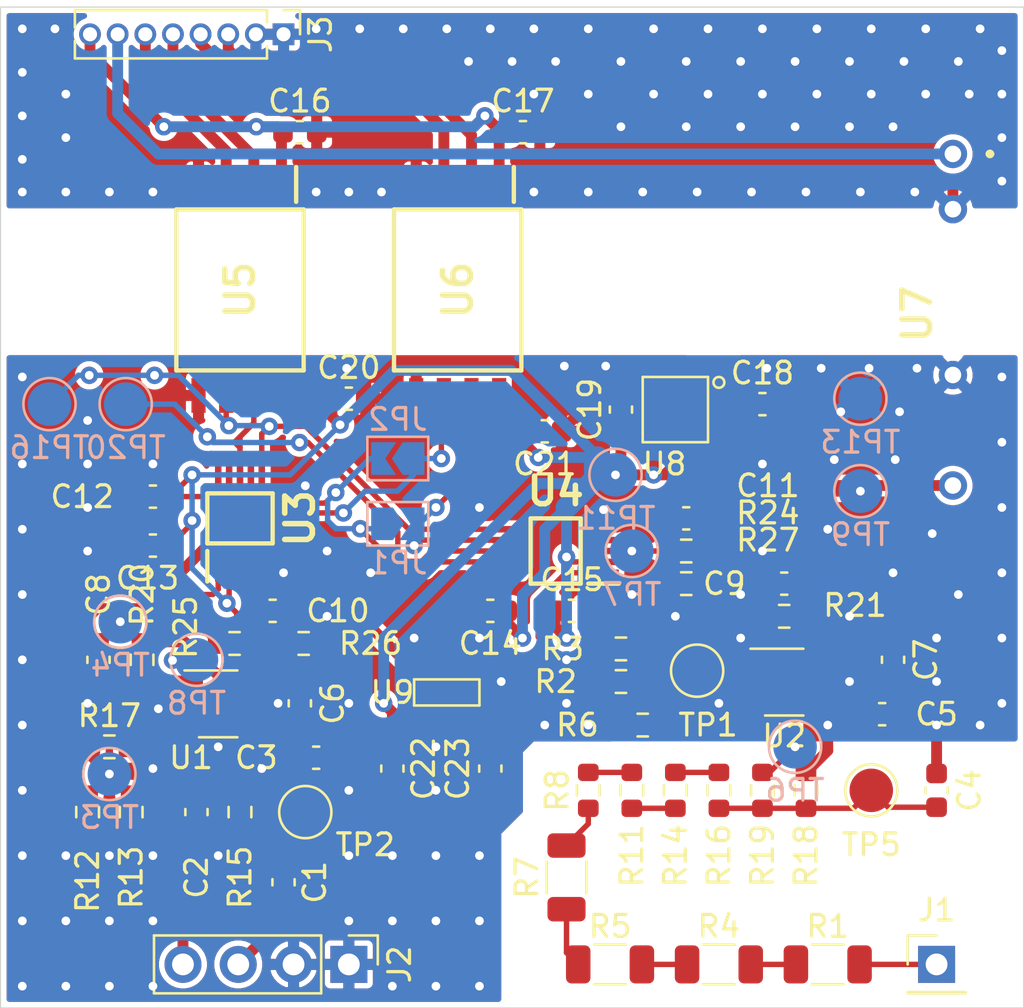
<source format=kicad_pcb>
(kicad_pcb (version 20171130) (host pcbnew "(5.1.10)-1")
  (layers (0 F.Cu signal) (31 B.Cu signal) (34 B.Paste user) (35 F.Paste user) (36 B.SilkS user) (37 F.SilkS user) (38 B.Mask user) (39 F.Mask user) (44 Edge.Cuts user))
  (net 0 "")
  (net 1 "Net-(C1-Pad1)")
  (net 2 "Net-(C1-Pad2)")
  (net 3 GND2)
  (net 4 "Net-(C3-Pad2)")
  (net 5 "Net-(C4-Pad2)")
  (net 6 "Net-(C5-Pad2)")
  (net 7 +3.3VP)
  (net 8 "Net-(C8-Pad1)")
  (net 9 "Net-(C9-Pad1)")
  (net 10 "Net-(C10-Pad2)")
  (net 11 "Net-(C11-Pad2)")
  (net 12 GND1)
  (net 13 +3V3)
  (net 14 +5VP)
  (net 15 VREF)
  (net 16 "Net-(J1-Pad1)")
  (net 17 SPI_0_MISO)
  (net 18 SPI_0_MOSI)
  (net 19 SPI_0_CLK)
  (net 20 CONV_START)
  (net 21 +5V)
  (net 22 DOUT_A)
  (net 23 DOUT_EXT)
  (net 24 DIN_EXT)
  (net 25 "Net-(R1-Pad2)")
  (net 26 "Net-(R2-Pad2)")
  (net 27 "Net-(R4-Pad2)")
  (net 28 "Net-(R5-Pad2)")
  (net 29 "Net-(R6-Pad2)")
  (net 30 "Net-(R7-Pad2)")
  (net 31 "Net-(R11-Pad1)")
  (net 32 "Net-(R11-Pad2)")
  (net 33 "Net-(R12-Pad2)")
  (net 34 "Net-(R14-Pad2)")
  (net 35 "Net-(R17-Pad2)")
  (net 36 CONVST)
  (net 37 SCLK)
  (module Jumper:SolderJumper-2_P1.3mm_Open_TrianglePad1.0x1.5mm (layer B.Cu) (at 118.25 54.75 180)
    (fp_text reference JP2 (at 0 1.8) (layer B.SilkS) (effects (justify mirror)))
    (fp_text value SolderJumper_2_Open)
    (pad 2 smd custom (at 0.725 0 180) (size 0.3 0.3) (layers B.Cu B.Mask) (net 22 DOUT_A) (options (clearance outline) (anchor rect)) (primitives (gr_poly (pts (xy -0.65 0.75) (xy 0.5 0.75) (xy 0.5 -0.75) (xy -0.65 -0.75) (xy -0.15 0)) (width 0))))
    (pad 1 smd custom (at -0.725 0 180) (size 0.3 0.3) (layers B.Cu B.Mask) (net 24 DIN_EXT) (options (clearance outline) (anchor rect)) (primitives (gr_poly (pts (xy -0.5 0.75) (xy 0.5 0.75) (xy 1 0) (xy 0.5 -0.75) (xy -0.5 -0.75)) (width 0))))
  )
  (module "PowerMonitor-ControllerBoard:DFN6 3x3 0.95" (layer F.Cu) (at 131 52.5 180)
    (fp_text reference U8 (at 0.5 -2.5 180) (layer F.SilkS))
    (fp_text value NCP691MN33T2G hide)
    (pad 1 smd rect (at -0.95 1.34 180) (size 0.45 0.63) (layers F.Cu F.Paste F.Mask) (net 14 +5VP))
    (pad 2 smd rect (at 0 1.34 180) (size 0.45 0.63) (layers F.Cu F.Paste F.Mask) (net 3 GND2))
    (pad 3 smd rect (at 0.95 1.34 180) (size 0.45 0.63) (layers F.Cu F.Paste F.Mask) (net 3 GND2))
    (pad 4 smd rect (at 0.95 -1.34 180) (size 0.45 0.63) (layers F.Cu F.Paste F.Mask) (net 7 +3.3VP))
    (pad 5 smd rect (at 0 -1.34 180) (size 0.45 0.63) (layers F.Cu F.Paste F.Mask) (net 7 +3.3VP))
    (pad 6 smd rect (at -0.95 -1.34 180) (size 0.45 0.63) (layers F.Cu F.Paste F.Mask) (net 14 +5VP))
    (pad EP smd rect (at 0 0 180) (size 2.6 1.7) (layers F.Cu F.Paste F.Mask) (net 3 GND2))
  )
  (module Capacitor_SMD:C_0603_1608Metric (layer F.Cu) (at 131.5 57.5 180)
    (fp_text reference C11 (at -3.75 1.5) (layer F.SilkS))
    (fp_text value DNP)
    (pad 2 smd roundrect (at 0.775 0 180) (size 0.9 0.95) (layers F.Cu F.Paste F.Mask) (net 11 "Net-(C11-Pad2)"))
    (pad 1 smd roundrect (at -0.775 0 180) (size 0.9 0.95) (layers F.Cu F.Paste F.Mask) (net 3 GND2))
  )
  (module Capacitor_SMD:C_0603_1608Metric (layer F.Cu) (at 136 60.5)
    (fp_text reference C9 (at -2.75 0) (layer F.SilkS))
    (fp_text value DNP)
    (pad 2 smd roundrect (at 0.775 0) (size 0.9 0.95) (layers F.Cu F.Paste F.Mask) (net 6 "Net-(C5-Pad2)"))
    (pad 1 smd roundrect (at -0.775 0) (size 0.9 0.95) (layers F.Cu F.Paste F.Mask) (net 9 "Net-(C9-Pad1)"))
  )
  (module Capacitor_SMD:C_0603_1608Metric (layer F.Cu) (at 113 74.225 270)
    (fp_text reference C1 (at 0 -1.43 90) (layer F.SilkS))
    (fp_text value DNP)
    (pad 1 smd roundrect (at -0.775 0 270) (size 0.9 0.95) (layers F.Cu F.Paste F.Mask) (net 1 "Net-(C1-Pad1)"))
    (pad 2 smd roundrect (at 0.775 0 270) (size 0.9 0.95) (layers F.Cu F.Paste F.Mask) (net 2 "Net-(C1-Pad2)"))
  )
  (module Capacitor_SMD:C_0603_1608Metric (layer F.Cu) (at 109 71 270)
    (fp_text reference C2 (at 3 0 90) (layer F.SilkS))
    (fp_text value 1n)
    (pad 1 smd roundrect (at -0.775 0 270) (size 0.9 0.95) (layers F.Cu F.Paste F.Mask) (net 3 GND2))
    (pad 2 smd roundrect (at 0.775 0 270) (size 0.9 0.95) (layers F.Cu F.Paste F.Mask) (net 1 "Net-(C1-Pad1)"))
  )
  (module Capacitor_SMD:C_0603_1608Metric (layer F.Cu) (at 114.5 68.5 180)
    (fp_text reference C3 (at 2.75 0) (layer F.SilkS))
    (fp_text value DNP)
    (pad 1 smd roundrect (at -0.775 0 180) (size 0.9 0.95) (layers F.Cu F.Paste F.Mask) (net 3 GND2))
    (pad 2 smd roundrect (at 0.775 0 180) (size 0.9 0.95) (layers F.Cu F.Paste F.Mask) (net 4 "Net-(C3-Pad2)"))
  )
  (module Capacitor_SMD:C_0603_1608Metric (layer F.Cu) (at 143 70 270)
    (fp_text reference C4 (at 0 -1.5 90) (layer F.SilkS))
    (fp_text value 1n)
    (pad 1 smd roundrect (at -0.775 0 270) (size 0.9 0.95) (layers F.Cu F.Paste F.Mask) (net 3 GND2))
    (pad 2 smd roundrect (at 0.775 0 270) (size 0.9 0.95) (layers F.Cu F.Paste F.Mask) (net 5 "Net-(C4-Pad2)"))
  )
  (module Capacitor_SMD:C_0603_1608Metric (layer F.Cu) (at 140.5 66.5 180)
    (fp_text reference C5 (at -2.5 0) (layer F.SilkS))
    (fp_text value DNP)
    (pad 2 smd roundrect (at 0.775 0 180) (size 0.9 0.95) (layers F.Cu F.Paste F.Mask) (net 6 "Net-(C5-Pad2)"))
    (pad 1 smd roundrect (at -0.775 0 180) (size 0.9 0.95) (layers F.Cu F.Paste F.Mask) (net 3 GND2))
  )
  (module Capacitor_SMD:C_0603_1608Metric (layer F.Cu) (at 113.75 66 90)
    (fp_text reference C6 (at 0 1.5 90) (layer F.SilkS))
    (fp_text value 0.1u)
    (pad 2 smd roundrect (at 0.775 0 90) (size 0.9 0.95) (layers F.Cu F.Paste F.Mask) (net 7 +3.3VP))
    (pad 1 smd roundrect (at -0.775 0 90) (size 0.9 0.95) (layers F.Cu F.Paste F.Mask) (net 3 GND2))
  )
  (module Capacitor_SMD:C_0603_1608Metric (layer F.Cu) (at 141 64 90)
    (fp_text reference C7 (at 0 1.5 90) (layer F.SilkS))
    (fp_text value 0.1u)
    (pad 1 smd roundrect (at -0.775 0 90) (size 0.9 0.95) (layers F.Cu F.Paste F.Mask) (net 3 GND2))
    (pad 2 smd roundrect (at 0.775 0 90) (size 0.9 0.95) (layers F.Cu F.Paste F.Mask) (net 7 +3.3VP))
  )
  (module Capacitor_SMD:C_0603_1608Metric (layer F.Cu) (at 104.5 64 90)
    (fp_text reference C8 (at 3 0 90) (layer F.SilkS))
    (fp_text value DNP)
    (pad 2 smd roundrect (at 0.775 0 90) (size 0.9 0.95) (layers F.Cu F.Paste F.Mask) (net 4 "Net-(C3-Pad2)"))
    (pad 1 smd roundrect (at -0.775 0 90) (size 0.9 0.95) (layers F.Cu F.Paste F.Mask) (net 8 "Net-(C8-Pad1)"))
  )
  (module Capacitor_SMD:C_0603_1608Metric (layer F.Cu) (at 112.5 61.75 180)
    (fp_text reference C10 (at -3 0) (layer F.SilkS))
    (fp_text value DNP)
    (pad 1 smd roundrect (at -0.775 0 180) (size 0.9 0.95) (layers F.Cu F.Paste F.Mask) (net 3 GND2))
    (pad 2 smd roundrect (at 0.775 0 180) (size 0.9 0.95) (layers F.Cu F.Paste F.Mask) (net 10 "Net-(C10-Pad2)"))
  )
  (module Capacitor_SMD:C_0603_1608Metric (layer F.Cu) (at 107 56.5)
    (fp_text reference C12 (at -3.25 0) (layer F.SilkS))
    (fp_text value 0.1u)
    (pad 1 smd roundrect (at -0.775 0) (size 0.9 0.95) (layers F.Cu F.Paste F.Mask) (net 3 GND2))
    (pad 2 smd roundrect (at 0.775 0) (size 0.9 0.95) (layers F.Cu F.Paste F.Mask) (net 7 +3.3VP))
  )
  (module Capacitor_SMD:C_0603_1608Metric (layer F.Cu) (at 107 58.75 180)
    (fp_text reference C13 (at 0.25 -1.5) (layer F.SilkS))
    (fp_text value 0.1u)
    (pad 2 smd roundrect (at 0.775 0 180) (size 0.9 0.95) (layers F.Cu F.Paste F.Mask) (net 3 GND2))
    (pad 1 smd roundrect (at -0.775 0 180) (size 0.9 0.95) (layers F.Cu F.Paste F.Mask) (net 7 +3.3VP))
  )
  (module Capacitor_SMD:C_0603_1608Metric (layer F.Cu) (at 122.5 61.75)
    (fp_text reference C14 (at 0 1.5) (layer F.SilkS))
    (fp_text value 0.1u)
    (pad 2 smd roundrect (at 0.775 0) (size 0.9 0.95) (layers F.Cu F.Paste F.Mask) (net 7 +3.3VP))
    (pad 1 smd roundrect (at -0.775 0) (size 0.9 0.95) (layers F.Cu F.Paste F.Mask) (net 3 GND2))
  )
  (module Capacitor_SMD:C_0603_1608Metric (layer F.Cu) (at 126.25 61.75)
    (fp_text reference C15 (at 0 -1.43) (layer F.SilkS))
    (fp_text value 0.1u)
    (pad 1 smd roundrect (at -0.775 0) (size 0.9 0.95) (layers F.Cu F.Paste F.Mask) (net 7 +3.3VP))
    (pad 2 smd roundrect (at 0.775 0) (size 0.9 0.95) (layers F.Cu F.Paste F.Mask) (net 3 GND2))
  )
  (module Capacitor_SMD:C_0603_1608Metric (layer F.Cu) (at 113.75 39.75)
    (fp_text reference C16 (at 0 -1.43) (layer F.SilkS))
    (fp_text value 0.1u)
    (pad 2 smd roundrect (at 0.775 0) (size 0.9 0.95) (layers F.Cu F.Paste F.Mask) (net 12 GND1))
    (pad 1 smd roundrect (at -0.775 0) (size 0.9 0.95) (layers F.Cu F.Paste F.Mask) (net 13 +3V3))
  )
  (module Capacitor_SMD:C_0603_1608Metric (layer F.Cu) (at 124 39.75)
    (fp_text reference C17 (at 0 -1.43) (layer F.SilkS))
    (fp_text value 0.1u)
    (pad 1 smd roundrect (at -0.775 0) (size 0.9 0.95) (layers F.Cu F.Paste F.Mask) (net 13 +3V3))
    (pad 2 smd roundrect (at 0.775 0) (size 0.9 0.95) (layers F.Cu F.Paste F.Mask) (net 12 GND1))
  )
  (module Capacitor_SMD:C_0603_1608Metric (layer F.Cu) (at 135 52.25)
    (fp_text reference C18 (at 0 -1.43) (layer F.SilkS))
    (fp_text value 1u)
    (pad 2 smd roundrect (at 0.775 0) (size 0.9 0.95) (layers F.Cu F.Paste F.Mask) (net 3 GND2))
    (pad 1 smd roundrect (at -0.775 0) (size 0.9 0.95) (layers F.Cu F.Paste F.Mask) (net 14 +5VP))
  )
  (module Capacitor_SMD:C_0603_1608Metric (layer F.Cu) (at 128.5 52.5 90)
    (fp_text reference C19 (at 0 -1.43 90) (layer F.SilkS))
    (fp_text value 1u)
    (pad 1 smd roundrect (at -0.775 0 90) (size 0.9 0.95) (layers F.Cu F.Paste F.Mask) (net 7 +3.3VP))
    (pad 2 smd roundrect (at 0.775 0 90) (size 0.9 0.95) (layers F.Cu F.Paste F.Mask) (net 3 GND2))
  )
  (module Capacitor_SMD:C_0603_1608Metric (layer F.Cu) (at 116 52)
    (fp_text reference C20 (at 0 -1.43) (layer F.SilkS))
    (fp_text value 0.1u)
    (pad 2 smd roundrect (at 0.775 0) (size 0.9 0.95) (layers F.Cu F.Paste F.Mask) (net 3 GND2))
    (pad 1 smd roundrect (at -0.775 0) (size 0.9 0.95) (layers F.Cu F.Paste F.Mask) (net 7 +3.3VP))
  )
  (module Capacitor_SMD:C_0603_1608Metric (layer F.Cu) (at 125 53.5)
    (fp_text reference C21 (at 0 1.5) (layer F.SilkS))
    (fp_text value 0.1u)
    (pad 1 smd roundrect (at -0.775 0) (size 0.9 0.95) (layers F.Cu F.Paste F.Mask) (net 7 +3.3VP))
    (pad 2 smd roundrect (at 0.775 0) (size 0.9 0.95) (layers F.Cu F.Paste F.Mask) (net 3 GND2))
  )
  (module Capacitor_SMD:C_0603_1608Metric (layer F.Cu) (at 118 69 270)
    (fp_text reference C22 (at 0 -1.43 90) (layer F.SilkS))
    (fp_text value 0.1u)
    (pad 1 smd roundrect (at -0.775 0 270) (size 0.9 0.95) (layers F.Cu F.Paste F.Mask) (net 7 +3.3VP))
    (pad 2 smd roundrect (at 0.775 0 270) (size 0.9 0.95) (layers F.Cu F.Paste F.Mask) (net 3 GND2))
  )
  (module Capacitor_SMD:C_0603_1608Metric (layer F.Cu) (at 122.5 69 270)
    (fp_text reference C23 (at 0 1.5 90) (layer F.SilkS))
    (fp_text value 1u)
    (pad 2 smd roundrect (at 0.775 0 270) (size 0.9 0.95) (layers F.Cu F.Paste F.Mask) (net 3 GND2))
    (pad 1 smd roundrect (at -0.775 0 270) (size 0.9 0.95) (layers F.Cu F.Paste F.Mask) (net 15 VREF))
  )
  (module Connector_PinHeader_2.54mm:PinHeader_1x01_P2.54mm_Vertical (layer F.Cu) (at 143 78)
    (fp_text reference J1 (at 0 -2.5) (layer F.SilkS))
    (fp_text value Conn_01x01)
    (pad 1 thru_hole rect (at 0 0) (size 1.7 1.7) (drill 1) (layers *.Cu *.Mask) (net 16 "Net-(J1-Pad1)"))
  )
  (module Connector_PinHeader_2.54mm:PinHeader_1x04_P2.54mm_Vertical (layer F.Cu) (at 116 78 270)
    (fp_text reference J2 (at 0 -2.33 90) (layer F.SilkS))
    (fp_text value Conn_01x04)
    (pad 1 thru_hole rect (at 0 0 270) (size 1.7 1.7) (drill 1) (layers *.Cu *.Mask) (net 3 GND2))
    (pad 2 thru_hole oval (at 0 2.54 270) (size 1.7 1.7) (drill 1) (layers *.Cu *.Mask) (net 3 GND2))
    (pad 3 thru_hole oval (at 0 5.08 270) (size 1.7 1.7) (drill 1) (layers *.Cu *.Mask) (net 2 "Net-(C1-Pad2)"))
    (pad 4 thru_hole oval (at 0 7.62 270) (size 1.7 1.7) (drill 1) (layers *.Cu *.Mask) (net 1 "Net-(C1-Pad1)"))
  )
  (module Connector_PinHeader_1.27mm:PinHeader_1x08_P1.27mm_Vertical (layer F.Cu) (at 113 35.25 270)
    (fp_text reference J3 (at 0 -1.695 90) (layer F.SilkS))
    (fp_text value Conn_01x08)
    (pad 1 thru_hole rect (at 0 0 270) (size 1 1) (drill 0.65) (layers *.Cu *.Mask) (net 12 GND1))
    (pad 2 thru_hole oval (at 0 1.27 270) (size 1 1) (drill 0.65) (layers *.Cu *.Mask) (net 12 GND1))
    (pad 3 thru_hole oval (at 0 2.54 270) (size 1 1) (drill 0.65) (layers *.Cu *.Mask) (net 17 SPI_0_MISO))
    (pad 4 thru_hole oval (at 0 3.81 270) (size 1 1) (drill 0.65) (layers *.Cu *.Mask) (net 18 SPI_0_MOSI))
    (pad 5 thru_hole oval (at 0 5.08 270) (size 1 1) (drill 0.65) (layers *.Cu *.Mask) (net 19 SPI_0_CLK))
    (pad 6 thru_hole oval (at 0 6.35 270) (size 1 1) (drill 0.65) (layers *.Cu *.Mask) (net 20 CONV_START))
    (pad 7 thru_hole oval (at 0 7.62 270) (size 1 1) (drill 0.65) (layers *.Cu *.Mask) (net 21 +5V))
    (pad 8 thru_hole oval (at 0 8.89 270) (size 1 1) (drill 0.65) (layers *.Cu *.Mask) (net 13 +3V3))
  )
  (module Jumper:SolderJumper-2_P1.3mm_Open_TrianglePad1.0x1.5mm (layer B.Cu) (at 118.25 57.75)
    (fp_text reference JP1 (at 0 1.8) (layer B.SilkS) (effects (justify mirror)))
    (fp_text value SolderJumper_2_Open)
    (pad 1 smd custom (at -0.725 0) (size 0.3 0.3) (layers B.Cu B.Mask) (net 22 DOUT_A) (options (clearance outline) (anchor rect)) (primitives (gr_poly (pts (xy -0.5 0.75) (xy 0.5 0.75) (xy 1 0) (xy 0.5 -0.75) (xy -0.5 -0.75)) (width 0))))
    (pad 2 smd custom (at 0.725 0) (size 0.3 0.3) (layers B.Cu B.Mask) (net 23 DOUT_EXT) (options (clearance outline) (anchor rect)) (primitives (gr_poly (pts (xy -0.65 0.75) (xy 0.5 0.75) (xy 0.5 -0.75) (xy -0.65 -0.75) (xy -0.15 0)) (width 0))))
  )
  (module Resistor_SMD:R_1206_3216Metric (layer F.Cu) (at 138 78 180)
    (fp_text reference R1 (at 0 1.75) (layer F.SilkS))
    (fp_text value 249k)
    (pad 1 smd roundrect (at -1.4625 0 180) (size 1.125 1.75) (layers F.Cu F.Paste F.Mask) (roundrect_rratio 0.222222) (net 16 "Net-(J1-Pad1)"))
    (pad 2 smd roundrect (at 1.4625 0 180) (size 1.125 1.75) (layers F.Cu F.Paste F.Mask) (roundrect_rratio 0.222222) (net 25 "Net-(R1-Pad2)"))
  )
  (module Resistor_SMD:R_0603_1608Metric (layer F.Cu) (at 128.5 65)
    (fp_text reference R2 (at -3 0) (layer F.SilkS))
    (fp_text value 1k)
    (pad 2 smd roundrect (at 0.825 0) (size 0.8 0.95) (layers F.Cu F.Paste F.Mask) (net 26 "Net-(R2-Pad2)"))
    (pad 1 smd roundrect (at -0.825 0) (size 0.8 0.95) (layers F.Cu F.Paste F.Mask) (net 15 VREF))
  )
  (module Resistor_SMD:R_0603_1608Metric (layer F.Cu) (at 128.5 63.5)
    (fp_text reference R3 (at -2.675 0) (layer F.SilkS))
    (fp_text value 100)
    (pad 1 smd roundrect (at -0.825 0) (size 0.8 0.95) (layers F.Cu F.Paste F.Mask) (net 3 GND2))
    (pad 2 smd roundrect (at 0.825 0) (size 0.8 0.95) (layers F.Cu F.Paste F.Mask) (net 26 "Net-(R2-Pad2)"))
  )
  (module Resistor_SMD:R_1206_3216Metric (layer F.Cu) (at 133 78 180)
    (fp_text reference R4 (at 0 1.75) (layer F.SilkS))
    (fp_text value 249k)
    (pad 2 smd roundrect (at 1.4625 0 180) (size 1.125 1.75) (layers F.Cu F.Paste F.Mask) (roundrect_rratio 0.222222) (net 27 "Net-(R4-Pad2)"))
    (pad 1 smd roundrect (at -1.4625 0 180) (size 1.125 1.75) (layers F.Cu F.Paste F.Mask) (roundrect_rratio 0.222222) (net 25 "Net-(R1-Pad2)"))
  )
  (module Resistor_SMD:R_1206_3216Metric (layer F.Cu) (at 128 78 180)
    (fp_text reference R5 (at 0 1.75) (layer F.SilkS))
    (fp_text value 249k)
    (pad 1 smd roundrect (at -1.4625 0 180) (size 1.125 1.75) (layers F.Cu F.Paste F.Mask) (roundrect_rratio 0.222222) (net 27 "Net-(R4-Pad2)"))
    (pad 2 smd roundrect (at 1.4625 0 180) (size 1.125 1.75) (layers F.Cu F.Paste F.Mask) (roundrect_rratio 0.222222) (net 28 "Net-(R5-Pad2)"))
  )
  (module Resistor_SMD:R_0603_1608Metric (layer F.Cu) (at 129.5 67)
    (fp_text reference R6 (at -3 0) (layer F.SilkS))
    (fp_text value 0R)
    (pad 2 smd roundrect (at 0.825 0) (size 0.8 0.95) (layers F.Cu F.Paste F.Mask) (net 29 "Net-(R6-Pad2)"))
    (pad 1 smd roundrect (at -0.825 0) (size 0.8 0.95) (layers F.Cu F.Paste F.Mask) (net 26 "Net-(R2-Pad2)"))
  )
  (module Resistor_SMD:R_1206_3216Metric (layer F.Cu) (at 126 74 90)
    (fp_text reference R7 (at 0 -1.82 90) (layer F.SilkS))
    (fp_text value 249k)
    (pad 2 smd roundrect (at 1.4625 0 90) (size 1.125 1.75) (layers F.Cu F.Paste F.Mask) (roundrect_rratio 0.222222) (net 30 "Net-(R7-Pad2)"))
    (pad 1 smd roundrect (at -1.4625 0 90) (size 1.125 1.75) (layers F.Cu F.Paste F.Mask) (roundrect_rratio 0.222222) (net 28 "Net-(R5-Pad2)"))
  )
  (module Resistor_SMD:R_0603_1608Metric (layer F.Cu) (at 127 70 90)
    (fp_text reference R8 (at 0 -1.43 90) (layer F.SilkS))
    (fp_text value 1k)
    (pad 2 smd roundrect (at 0.825 0 90) (size 0.8 0.95) (layers F.Cu F.Paste F.Mask) (net 31 "Net-(R11-Pad1)"))
    (pad 1 smd roundrect (at -0.825 0 90) (size 0.8 0.95) (layers F.Cu F.Paste F.Mask) (net 30 "Net-(R7-Pad2)"))
  )
  (module Resistor_SMD:R_0603_1608Metric (layer F.Cu) (at 129 70 270)
    (fp_text reference R11 (at 3 0 90) (layer F.SilkS))
    (fp_text value 1k)
    (pad 1 smd roundrect (at -0.825 0 270) (size 0.8 0.95) (layers F.Cu F.Paste F.Mask) (net 31 "Net-(R11-Pad1)"))
    (pad 2 smd roundrect (at 0.825 0 270) (size 0.8 0.95) (layers F.Cu F.Paste F.Mask) (net 32 "Net-(R11-Pad2)"))
  )
  (module Resistor_SMD:R_0603_1608Metric (layer F.Cu) (at 104 71 90)
    (fp_text reference R12 (at -3.175 0 90) (layer F.SilkS))
    (fp_text value 1k)
    (pad 2 smd roundrect (at 0.825 0 90) (size 0.8 0.95) (layers F.Cu F.Paste F.Mask) (net 33 "Net-(R12-Pad2)"))
    (pad 1 smd roundrect (at -0.825 0 90) (size 0.8 0.95) (layers F.Cu F.Paste F.Mask) (net 15 VREF))
  )
  (module Resistor_SMD:R_0603_1608Metric (layer F.Cu) (at 106 71 90)
    (fp_text reference R13 (at -3 0 90) (layer F.SilkS))
    (fp_text value 100)
    (pad 2 smd roundrect (at 0.825 0 90) (size 0.8 0.95) (layers F.Cu F.Paste F.Mask) (net 33 "Net-(R12-Pad2)"))
    (pad 1 smd roundrect (at -0.825 0 90) (size 0.8 0.95) (layers F.Cu F.Paste F.Mask) (net 3 GND2))
  )
  (module Resistor_SMD:R_0603_1608Metric (layer F.Cu) (at 131 70 90)
    (fp_text reference R14 (at -3 0 90) (layer F.SilkS))
    (fp_text value 1k)
    (pad 2 smd roundrect (at 0.825 0 90) (size 0.8 0.95) (layers F.Cu F.Paste F.Mask) (net 34 "Net-(R14-Pad2)"))
    (pad 1 smd roundrect (at -0.825 0 90) (size 0.8 0.95) (layers F.Cu F.Paste F.Mask) (net 32 "Net-(R11-Pad2)"))
  )
  (module Resistor_SMD:R_0603_1608Metric (layer F.Cu) (at 111 71 90)
    (fp_text reference R15 (at -3 0 90) (layer F.SilkS))
    (fp_text value 100K)
    (pad 1 smd roundrect (at -0.825 0 90) (size 0.8 0.95) (layers F.Cu F.Paste F.Mask) (net 1 "Net-(C1-Pad1)"))
    (pad 2 smd roundrect (at 0.825 0 90) (size 0.8 0.95) (layers F.Cu F.Paste F.Mask) (net 4 "Net-(C3-Pad2)"))
  )
  (module Resistor_SMD:R_0603_1608Metric (layer F.Cu) (at 133 70 270)
    (fp_text reference R16 (at 3 0 90) (layer F.SilkS))
    (fp_text value 1k)
    (pad 1 smd roundrect (at -0.825 0 270) (size 0.8 0.95) (layers F.Cu F.Paste F.Mask) (net 34 "Net-(R14-Pad2)"))
    (pad 2 smd roundrect (at 0.825 0 270) (size 0.8 0.95) (layers F.Cu F.Paste F.Mask) (net 5 "Net-(C4-Pad2)"))
  )
  (module Resistor_SMD:R_0603_1608Metric (layer F.Cu) (at 105 68)
    (fp_text reference R17 (at 0 -1.43) (layer F.SilkS))
    (fp_text value 0R)
    (pad 1 smd roundrect (at -0.825 0) (size 0.8 0.95) (layers F.Cu F.Paste F.Mask) (net 33 "Net-(R12-Pad2)"))
    (pad 2 smd roundrect (at 0.825 0) (size 0.8 0.95) (layers F.Cu F.Paste F.Mask) (net 35 "Net-(R17-Pad2)"))
  )
  (module Resistor_SMD:R_0603_1608Metric (layer F.Cu) (at 137 70 90)
    (fp_text reference R18 (at -3 0 90) (layer F.SilkS))
    (fp_text value 330)
    (pad 1 smd roundrect (at -0.825 0 90) (size 0.8 0.95) (layers F.Cu F.Paste F.Mask) (net 5 "Net-(C4-Pad2)"))
    (pad 2 smd roundrect (at 0.825 0 90) (size 0.8 0.95) (layers F.Cu F.Paste F.Mask) (net 3 GND2))
  )
  (module Resistor_SMD:R_0603_1608Metric (layer F.Cu) (at 135 70 90)
    (fp_text reference R19 (at -3 0 90) (layer F.SilkS))
    (fp_text value 100k)
    (pad 1 smd roundrect (at -0.825 0 90) (size 0.8 0.95) (layers F.Cu F.Paste F.Mask) (net 5 "Net-(C4-Pad2)"))
    (pad 2 smd roundrect (at 0.825 0 90) (size 0.8 0.95) (layers F.Cu F.Paste F.Mask) (net 6 "Net-(C5-Pad2)"))
  )
  (module Resistor_SMD:R_0603_1608Metric (layer F.Cu) (at 106.5 64 90)
    (fp_text reference R20 (at 3 0 90) (layer F.SilkS))
    (fp_text value 1M)
    (pad 2 smd roundrect (at 0.825 0 90) (size 0.8 0.95) (layers F.Cu F.Paste F.Mask) (net 4 "Net-(C3-Pad2)"))
    (pad 1 smd roundrect (at -0.825 0 90) (size 0.8 0.95) (layers F.Cu F.Paste F.Mask) (net 8 "Net-(C8-Pad1)"))
  )
  (module Resistor_SMD:R_0603_1608Metric (layer F.Cu) (at 136 62)
    (fp_text reference R21 (at 3.25 -0.5) (layer F.SilkS))
    (fp_text value 1M)
    (pad 1 smd roundrect (at -0.825 0) (size 0.8 0.95) (layers F.Cu F.Paste F.Mask) (net 9 "Net-(C9-Pad1)"))
    (pad 2 smd roundrect (at 0.825 0) (size 0.8 0.95) (layers F.Cu F.Paste F.Mask) (net 6 "Net-(C5-Pad2)"))
  )
  (module Resistor_SMD:R_0603_1608Metric (layer F.Cu) (at 131.5 59 180)
    (fp_text reference R24 (at -3.75 1.75) (layer F.SilkS))
    (fp_text value 1k)
    (pad 1 smd roundrect (at -0.825 0 180) (size 0.8 0.95) (layers F.Cu F.Paste F.Mask) (net 9 "Net-(C9-Pad1)"))
    (pad 2 smd roundrect (at 0.825 0 180) (size 0.8 0.95) (layers F.Cu F.Paste F.Mask) (net 11 "Net-(C11-Pad2)"))
  )
  (module Resistor_SMD:R_0603_1608Metric (layer F.Cu) (at 110.75 63.25)
    (fp_text reference R25 (at -2.25 -0.75 90) (layer F.SilkS))
    (fp_text value 1k)
    (pad 2 smd roundrect (at 0.825 0) (size 0.8 0.95) (layers F.Cu F.Paste F.Mask) (net 10 "Net-(C10-Pad2)"))
    (pad 1 smd roundrect (at -0.825 0) (size 0.8 0.95) (layers F.Cu F.Paste F.Mask) (net 8 "Net-(C8-Pad1)"))
  )
  (module Resistor_SMD:R_0603_1608Metric (layer F.Cu) (at 113.925 63.25)
    (fp_text reference R26 (at 3.075 0) (layer F.SilkS))
    (fp_text value 1k)
    (pad 2 smd roundrect (at 0.825 0) (size 0.8 0.95) (layers F.Cu F.Paste F.Mask) (net 3 GND2))
    (pad 1 smd roundrect (at -0.825 0) (size 0.8 0.95) (layers F.Cu F.Paste F.Mask) (net 10 "Net-(C10-Pad2)"))
  )
  (module Resistor_SMD:R_0603_1608Metric (layer F.Cu) (at 131.5 60.5)
    (fp_text reference R27 (at 3.75 -2) (layer F.SilkS))
    (fp_text value 1k)
    (pad 1 smd roundrect (at -0.825 0) (size 0.8 0.95) (layers F.Cu F.Paste F.Mask) (net 11 "Net-(C11-Pad2)"))
    (pad 2 smd roundrect (at 0.825 0) (size 0.8 0.95) (layers F.Cu F.Paste F.Mask) (net 3 GND2))
  )
  (module TestPoint:TestPoint_Pad_D2.0mm (layer F.Cu) (at 132 64.5)
    (fp_text reference TP1 (at 0.5 2.5) (layer F.SilkS))
    (fp_text value TestPoint)
    (pad 1 smd circle (at 0 0) (size 2 2) (layers F.Cu F.Mask) (net 26 "Net-(R2-Pad2)"))
  )
  (module TestPoint:TestPoint_Pad_D2.0mm (layer F.Cu) (at 114 71)
    (fp_text reference TP2 (at 2.75 1.5) (layer F.SilkS))
    (fp_text value TestPoint)
    (pad 1 smd circle (at 0 0) (size 2 2) (layers F.Cu F.Mask) (net 1 "Net-(C1-Pad1)"))
  )
  (module TestPoint:TestPoint_Pad_D2.0mm (layer B.Cu) (at 105 69.25)
    (fp_text reference TP3 (at 0 1.998) (layer B.SilkS) (effects (justify mirror)))
    (fp_text value TestPoint)
    (pad 1 smd circle (at 0 0) (size 2 2) (layers B.Cu B.Mask) (net 33 "Net-(R12-Pad2)"))
  )
  (module TestPoint:TestPoint_Pad_D2.0mm (layer B.Cu) (at 105.5 62.25)
    (fp_text reference TP4 (at 0 1.998) (layer B.SilkS) (effects (justify mirror)))
    (fp_text value TestPoint)
    (pad 1 smd circle (at 0 0) (size 2 2) (layers B.Cu B.Mask) (net 4 "Net-(C3-Pad2)"))
  )
  (module TestPoint:TestPoint_Pad_D2.0mm (layer F.Cu) (at 140 70)
    (fp_text reference TP5 (at 0 2.5) (layer F.SilkS))
    (fp_text value TestPoint)
    (pad 1 smd circle (at 0 0) (size 2 2) (layers F.Cu F.Mask) (net 5 "Net-(C4-Pad2)"))
  )
  (module TestPoint:TestPoint_Pad_D2.0mm (layer B.Cu) (at 136.5 68)
    (fp_text reference TP6 (at 0 1.998) (layer B.SilkS) (effects (justify mirror)))
    (fp_text value TestPoint)
    (pad 1 smd circle (at 0 0) (size 2 2) (layers B.Cu B.Mask) (net 6 "Net-(C5-Pad2)"))
  )
  (module TestPoint:TestPoint_Pad_D2.0mm (layer B.Cu) (at 129 59)
    (fp_text reference TP7 (at 0 1.998) (layer B.SilkS) (effects (justify mirror)))
    (fp_text value TestPoint)
    (pad 1 smd circle (at 0 0) (size 2 2) (layers B.Cu B.Mask) (net 11 "Net-(C11-Pad2)"))
  )
  (module TestPoint:TestPoint_Pad_D2.0mm (layer B.Cu) (at 109 64)
    (fp_text reference TP8 (at 0 1.998) (layer B.SilkS) (effects (justify mirror)))
    (fp_text value TestPoint)
    (pad 1 smd circle (at 0 0) (size 2 2) (layers B.Cu B.Mask) (net 8 "Net-(C8-Pad1)"))
  )
  (module TestPoint:TestPoint_Pad_D2.0mm (layer B.Cu) (at 139.5 56.25)
    (fp_text reference TP9 (at 0 1.998) (layer B.SilkS) (effects (justify mirror)))
    (fp_text value TestPoint)
    (pad 1 smd circle (at 0 0) (size 2 2) (layers B.Cu B.Mask) (net 14 +5VP))
  )
  (module TestPoint:TestPoint_Pad_D2.0mm (layer B.Cu) (at 128.25 55.5)
    (fp_text reference TP11 (at 0 1.998) (layer B.SilkS) (effects (justify mirror)))
    (fp_text value TestPoint)
    (pad 1 smd circle (at 0 0) (size 2 2) (layers B.Cu B.Mask) (net 7 +3.3VP))
  )
  (module TestPoint:TestPoint_Pad_D2.0mm (layer B.Cu) (at 139.5 52)
    (fp_text reference TP13 (at 0 1.998) (layer B.SilkS) (effects (justify mirror)))
    (fp_text value TestPoint)
    (pad 1 smd circle (at 0 0) (size 2 2) (layers B.Cu B.Mask) (net 3 GND2))
  )
  (module TestPoint:TestPoint_Pad_D2.0mm (layer B.Cu) (at 102.25 52.25)
    (fp_text reference TP16 (at 0 1.998) (layer B.SilkS) (effects (justify mirror)))
    (fp_text value TestPoint)
    (pad 1 smd circle (at 0 0) (size 2 2) (layers B.Cu B.Mask) (net 36 CONVST))
  )
  (module TestPoint:TestPoint_Pad_D2.0mm (layer B.Cu) (at 105.75 52.25)
    (fp_text reference TP20 (at 0 1.998) (layer B.SilkS) (effects (justify mirror)))
    (fp_text value TestPoint)
    (pad 1 smd circle (at 0 0) (size 2 2) (layers B.Cu B.Mask) (net 37 SCLK))
  )
  (module Package_TO_SOT_SMD:TSOT-23-6 (layer F.Cu) (at 110 66)
    (fp_text reference U1 (at -1.25 2.5) (layer F.SilkS))
    (fp_text value ADA4098-1)
    (pad 6 smd rect (at 1.31 -0.95) (size 1.22 0.65) (layers F.Cu F.Paste F.Mask) (net 7 +3.3VP))
    (pad 5 smd rect (at 1.31 0) (size 1.22 0.65) (layers F.Cu F.Paste F.Mask) (net 3 GND2))
    (pad 4 smd rect (at 1.31 0.95) (size 1.22 0.65) (layers F.Cu F.Paste F.Mask) (net 4 "Net-(C3-Pad2)"))
    (pad 3 smd rect (at -1.31 0.95) (size 1.22 0.65) (layers F.Cu F.Paste F.Mask) (net 35 "Net-(R17-Pad2)"))
    (pad 2 smd rect (at -1.31 0) (size 1.22 0.65) (layers F.Cu F.Paste F.Mask) (net 3 GND2))
    (pad 1 smd rect (at -1.31 -0.95) (size 1.22 0.65) (layers F.Cu F.Paste F.Mask) (net 8 "Net-(C8-Pad1)"))
  )
  (module Package_TO_SOT_SMD:TSOT-23-6 (layer F.Cu) (at 136 65)
    (fp_text reference U2 (at 0 2.5) (layer F.SilkS))
    (fp_text value ADA4098-1)
    (pad 1 smd rect (at -1.31 -0.95) (size 1.22 0.65) (layers F.Cu F.Paste F.Mask) (net 9 "Net-(C9-Pad1)"))
    (pad 2 smd rect (at -1.31 0) (size 1.22 0.65) (layers F.Cu F.Paste F.Mask) (net 3 GND2))
    (pad 3 smd rect (at -1.31 0.95) (size 1.22 0.65) (layers F.Cu F.Paste F.Mask) (net 29 "Net-(R6-Pad2)"))
    (pad 4 smd rect (at 1.31 0.95) (size 1.22 0.65) (layers F.Cu F.Paste F.Mask) (net 6 "Net-(C5-Pad2)"))
    (pad 5 smd rect (at 1.31 0) (size 1.22 0.65) (layers F.Cu F.Paste F.Mask) (net 3 GND2))
    (pad 6 smd rect (at 1.31 -0.95) (size 1.22 0.65) (layers F.Cu F.Paste F.Mask) (net 7 +3.3VP))
  )
  (module SamacSys_Parts:SOP50P490X110-10N (layer F.Cu) (at 111 57.5 90)
    (fp_text reference U3 (at 0 2.75 90) (layer F.SilkS) (effects (font (size 1.27 1.27) (thickness 0.254))))
    (fp_text value ADS8866 hide)
    (pad 10 smd rect (at 2.2 -1 180) (size 0.3 1.4) (layers F.Cu F.Paste F.Mask) (net 7 +3.3VP))
    (pad 9 smd rect (at 2.2 -0.5 180) (size 0.3 1.4) (layers F.Cu F.Paste F.Mask) (net 24 DIN_EXT))
    (pad 8 smd rect (at 2.2 0 180) (size 0.3 1.4) (layers F.Cu F.Paste F.Mask) (net 37 SCLK))
    (pad 7 smd rect (at 2.2 0.5 180) (size 0.3 1.4) (layers F.Cu F.Paste F.Mask) (net 22 DOUT_A))
    (pad 6 smd rect (at 2.2 1 180) (size 0.3 1.4) (layers F.Cu F.Paste F.Mask) (net 36 CONVST))
    (pad 5 smd rect (at -2.2 1 180) (size 0.3 1.4) (layers F.Cu F.Paste F.Mask) (net 3 GND2))
    (pad 4 smd rect (at -2.2 0.5 180) (size 0.3 1.4) (layers F.Cu F.Paste F.Mask) (net 3 GND2))
    (pad 3 smd rect (at -2.2 0 180) (size 0.3 1.4) (layers F.Cu F.Paste F.Mask) (net 10 "Net-(C10-Pad2)"))
    (pad 2 smd rect (at -2.2 -0.5 180) (size 0.3 1.4) (layers F.Cu F.Paste F.Mask) (net 7 +3.3VP))
    (pad 1 smd rect (at -2.2 -1 180) (size 0.3 1.4) (layers F.Cu F.Paste F.Mask) (net 15 VREF))
  )
  (module SamacSys_Parts:SOP50P490X110-10N (layer F.Cu) (at 125.5 59 180)
    (fp_text reference U4 (at 0 2.75) (layer F.SilkS) (effects (font (size 1.27 1.27) (thickness 0.254))))
    (fp_text value ADS8866 hide)
    (pad 1 smd rect (at -2.2 -1 270) (size 0.3 1.4) (layers F.Cu F.Paste F.Mask) (net 15 VREF))
    (pad 2 smd rect (at -2.2 -0.5 270) (size 0.3 1.4) (layers F.Cu F.Paste F.Mask) (net 7 +3.3VP))
    (pad 3 smd rect (at -2.2 0 270) (size 0.3 1.4) (layers F.Cu F.Paste F.Mask) (net 11 "Net-(C11-Pad2)"))
    (pad 4 smd rect (at -2.2 0.5 270) (size 0.3 1.4) (layers F.Cu F.Paste F.Mask) (net 3 GND2))
    (pad 5 smd rect (at -2.2 1 270) (size 0.3 1.4) (layers F.Cu F.Paste F.Mask) (net 3 GND2))
    (pad 6 smd rect (at 2.2 1 270) (size 0.3 1.4) (layers F.Cu F.Paste F.Mask) (net 36 CONVST))
    (pad 7 smd rect (at 2.2 0.5 270) (size 0.3 1.4) (layers F.Cu F.Paste F.Mask) (net 23 DOUT_EXT))
    (pad 8 smd rect (at 2.2 0 270) (size 0.3 1.4) (layers F.Cu F.Paste F.Mask) (net 37 SCLK))
    (pad 9 smd rect (at 2.2 -0.5 270) (size 0.3 1.4) (layers F.Cu F.Paste F.Mask) (net 22 DOUT_A))
    (pad 10 smd rect (at 2.2 -1 270) (size 0.3 1.4) (layers F.Cu F.Paste F.Mask) (net 7 +3.3VP))
  )
  (module SamacSys_Parts:SOIC127P1031X265-8N (layer F.Cu) (at 111 47 270)
    (fp_text reference U5 (at 0 0 90) (layer F.SilkS) (effects (font (size 1.27 1.27) (thickness 0.254))))
    (fp_text value MAX22245 hide)
    (pad 8 smd rect (at 4.85 -1.905) (size 0.65 1.6) (layers F.Cu F.Paste F.Mask) (net 7 +3.3VP))
    (pad 7 smd rect (at 4.85 -0.635) (size 0.65 1.6) (layers F.Cu F.Paste F.Mask) (net 37 SCLK))
    (pad 6 smd rect (at 4.85 0.635) (size 0.65 1.6) (layers F.Cu F.Paste F.Mask) (net 36 CONVST))
    (pad 5 smd rect (at 4.85 1.905) (size 0.65 1.6) (layers F.Cu F.Paste F.Mask) (net 3 GND2))
    (pad 4 smd rect (at -4.85 1.905) (size 0.65 1.6) (layers F.Cu F.Paste F.Mask) (net 12 GND1))
    (pad 3 smd rect (at -4.85 0.635) (size 0.65 1.6) (layers F.Cu F.Paste F.Mask) (net 20 CONV_START))
    (pad 2 smd rect (at -4.85 -0.635) (size 0.65 1.6) (layers F.Cu F.Paste F.Mask) (net 19 SPI_0_CLK))
    (pad 1 smd rect (at -4.85 -1.905) (size 0.65 1.6) (layers F.Cu F.Paste F.Mask) (net 13 +3V3))
  )
  (module SamacSys_Parts:SOIC127P1031X265-8N (layer F.Cu) (at 121 47 270)
    (fp_text reference U6 (at 0 0 90) (layer F.SilkS) (effects (font (size 1.27 1.27) (thickness 0.254))))
    (fp_text value MAX22246 hide)
    (pad 1 smd rect (at -4.85 -1.905) (size 0.65 1.6) (layers F.Cu F.Paste F.Mask) (net 13 +3V3))
    (pad 2 smd rect (at -4.85 -0.635) (size 0.65 1.6) (layers F.Cu F.Paste F.Mask) (net 17 SPI_0_MISO))
    (pad 3 smd rect (at -4.85 0.635) (size 0.65 1.6) (layers F.Cu F.Paste F.Mask) (net 18 SPI_0_MOSI))
    (pad 4 smd rect (at -4.85 1.905) (size 0.65 1.6) (layers F.Cu F.Paste F.Mask) (net 12 GND1))
    (pad 5 smd rect (at 4.85 1.905) (size 0.65 1.6) (layers F.Cu F.Paste F.Mask) (net 3 GND2))
    (pad 6 smd rect (at 4.85 0.635) (size 0.65 1.6) (layers F.Cu F.Paste F.Mask) (net 24 DIN_EXT))
    (pad 7 smd rect (at 4.85 -0.635) (size 0.65 1.6) (layers F.Cu F.Paste F.Mask) (net 23 DOUT_EXT))
    (pad 8 smd rect (at 4.85 -1.905) (size 0.65 1.6) (layers F.Cu F.Paste F.Mask) (net 7 +3.3VP))
  )
  (module SamacSys_Parts:TEA10505HI (layer F.Cu) (at 143.75 40.75 270)
    (fp_text reference U7 (at 7.35 1.65 90) (layer F.SilkS) (effects (font (size 1.27 1.27) (thickness 0.254))))
    (fp_text value TEA1-0505HI hide)
    (pad 1 thru_hole circle (at 0 0 270) (size 1.303 1.303) (drill 0.76) (layers *.Cu *.Mask) (net 21 +5V))
    (pad 2 thru_hole circle (at 2.54 0 270) (size 1.303 1.303) (drill 0.76) (layers *.Cu *.Mask) (net 12 GND1))
    (pad 5 thru_hole circle (at 10.16 0 270) (size 1.303 1.303) (drill 0.76) (layers *.Cu *.Mask) (net 3 GND2))
    (pad 7 thru_hole circle (at 15.24 0 270) (size 1.303 1.303) (drill 0.76) (layers *.Cu *.Mask) (net 14 +5VP))
  )
  (module PowerMonitor-AFE:SOT-23 (layer F.Cu) (at 120.5 65.5)
    (fp_text reference U9 (at -2.5 0) (layer F.SilkS))
    (fp_text value ADR380ARTZ-REEL7)
    (pad 3 smd rect (at 0 -1.02) (size 0.6 0.6) (layers F.Cu F.Paste F.Mask) (net 3 GND2))
    (pad 2 smd rect (at 1.03 1.02) (size 0.6 0.6) (layers F.Cu F.Paste F.Mask) (net 15 VREF))
    (pad 1 smd rect (at -1.03 1.02) (size 0.6 0.6) (layers F.Cu F.Paste F.Mask) (net 7 +3.3VP))
  )
  (gr_line (start 147 34) (end 147 50) (layer Edge.Cuts) (width 0.05))
  (gr_line (start 100 34) (end 147 34) (layer Edge.Cuts) (width 0.05))
  (gr_line (start 100 50) (end 100 34) (layer Edge.Cuts) (width 0.05))
  (gr_line (start 147 80) (end 147 70) (layer Edge.Cuts) (width 0.05))
  (gr_line (start 100 80) (end 147 80) (layer Edge.Cuts) (width 0.05))
  (gr_line (start 100 70) (end 100 80) (layer Edge.Cuts) (width 0.05))
  (gr_line (start 147 70) (end 147 50) (layer Edge.Cuts) (width 0.05))
  (gr_line (start 100 50) (end 100 70) (layer Edge.Cuts) (width 0.05))
  (segment (start 113 72) (end 112.825 71.825) (width 0.25) (layer F.Cu) (net 1))
  (segment (start 112.825 71.825) (end 113.175 71.825) (width 0.25) (layer F.Cu) (net 1))
  (segment (start 111 71.825) (end 112.825 71.825) (width 0.25) (layer F.Cu) (net 1))
  (segment (start 108.38 72.395) (end 109 71.775) (width 0.5) (layer F.Cu) (net 1))
  (segment (start 108.38 78) (end 108.38 72.395) (width 0.5) (layer F.Cu) (net 1))
  (segment (start 110.95 71.775) (end 111 71.825) (width 0.5) (layer F.Cu) (net 1))
  (segment (start 109 71.775) (end 110.95 71.775) (width 0.5) (layer F.Cu) (net 1))
  (segment (start 113.175 71.825) (end 114 71) (width 0.5) (layer F.Cu) (net 1))
  (segment (start 113 72) (end 113.175 71.825) (width 0.5) (layer F.Cu) (net 1))
  (segment (start 113 72.25) (end 113 72.15) (width 0.5) (layer F.Cu) (net 1))
  (segment (start 112.675 71.825) (end 113.175 71.825) (width 0.5) (layer F.Cu) (net 1))
  (segment (start 111 71.825) (end 112.675 71.825) (width 0.5) (layer F.Cu) (net 1))
  (segment (start 113 72.15) (end 112.675 71.825) (width 0.5) (layer F.Cu) (net 1))
  (segment (start 113 73.45) (end 113 72.25) (width 0.5) (layer F.Cu) (net 1))
  (segment (start 113 72.25) (end 113 72) (width 0.5) (layer F.Cu) (net 1))
  (segment (start 113 75.92) (end 110.92 78) (width 0.5) (layer F.Cu) (net 2))
  (segment (start 113 75) (end 113 75.92) (width 0.5) (layer F.Cu) (net 2))
  (segment (start 139.275 65) (end 139.5 64.775) (width 0.25) (layer F.Cu) (net 3))
  (segment (start 137.31 65) (end 139 65) (width 0.25) (layer F.Cu) (net 3))
  (segment (start 141.275 66.5) (end 141.275 65.775) (width 0.25) (layer F.Cu) (net 3))
  (segment (start 140.275 64.775) (end 139.5 64.775) (width 0.25) (layer F.Cu) (net 3))
  (segment (start 141.275 65.775) (end 140.275 64.775) (width 0.25) (layer F.Cu) (net 3))
  (segment (start 141 66.775) (end 141.275 66.5) (width 0.25) (layer F.Cu) (net 3))
  (via (at 107.25 66.25) (size 0.8) (drill 0.4) (layers F.Cu B.Cu) (net 3))
  (via (at 112.75 66) (size 0.8) (drill 0.4) (layers F.Cu B.Cu) (net 3))
  (segment (start 112.5 66.25) (end 112.75 66) (width 0.5) (layer B.Cu) (net 3))
  (segment (start 107.25 66.25) (end 112.5 66.25) (width 0.5) (layer B.Cu) (net 3))
  (segment (start 113.525 66.775) (end 112.75 66) (width 0.5) (layer F.Cu) (net 3))
  (segment (start 113.75 66.775) (end 113.525 66.775) (width 0.5) (layer F.Cu) (net 3))
  (segment (start 112.75 66) (end 111.31 66) (width 0.5) (layer F.Cu) (net 3))
  (segment (start 107.5 66) (end 108.69 66) (width 0.5) (layer F.Cu) (net 3))
  (segment (start 107.25 66.25) (end 107.5 66) (width 0.5) (layer F.Cu) (net 3))
  (segment (start 113.75 66.975) (end 115.275 68.5) (width 0.5) (layer F.Cu) (net 3))
  (segment (start 113.75 66.775) (end 113.75 66.975) (width 0.5) (layer F.Cu) (net 3))
  (segment (start 125.775 53.5) (end 125.775 53.475) (width 0.5) (layer F.Cu) (net 3))
  (segment (start 127.525 51.725) (end 128.5 51.725) (width 0.5) (layer F.Cu) (net 3))
  (segment (start 125.775 53.475) (end 127.525 51.725) (width 0.5) (layer F.Cu) (net 3))
  (segment (start 131 52.5) (end 130.5 52.5) (width 0.5) (layer F.Cu) (net 3))
  (segment (start 130.05 52.05) (end 130.05 51.16) (width 0.5) (layer F.Cu) (net 3))
  (segment (start 130.5 52.5) (end 130.05 52.05) (width 0.5) (layer F.Cu) (net 3))
  (segment (start 128.5 51.725) (end 128.5 50.75) (width 0.5) (layer F.Cu) (net 3))
  (segment (start 128.5 50.75) (end 128.75 50.5) (width 0.5) (layer F.Cu) (net 3))
  (segment (start 131 50.5) (end 131 51.5) (width 0.5) (layer F.Cu) (net 3))
  (segment (start 131 51.5) (end 131 51.16) (width 0.5) (layer F.Cu) (net 3))
  (segment (start 131 52.5) (end 131 51.5) (width 0.5) (layer F.Cu) (net 3))
  (segment (start 130.05 50.7) (end 130.25 50.5) (width 0.5) (layer F.Cu) (net 3))
  (segment (start 130.05 51.16) (end 130.05 50.7) (width 0.5) (layer F.Cu) (net 3))
  (segment (start 130.25 50.5) (end 131 50.5) (width 0.5) (layer F.Cu) (net 3))
  (segment (start 128.75 50.5) (end 130.25 50.5) (width 0.5) (layer F.Cu) (net 3))
  (via (at 101 79) (size 0.8) (drill 0.4) (layers F.Cu B.Cu) (net 3))
  (via (at 101 76) (size 0.8) (drill 0.4) (layers F.Cu B.Cu) (net 3))
  (via (at 101 73) (size 0.8) (drill 0.4) (layers F.Cu B.Cu) (net 3))
  (via (at 101 70) (size 0.8) (drill 0.4) (layers F.Cu B.Cu) (net 3))
  (via (at 101 67) (size 0.8) (drill 0.4) (layers F.Cu B.Cu) (net 3))
  (via (at 101 64) (size 0.8) (drill 0.4) (layers F.Cu B.Cu) (net 3))
  (via (at 101 61) (size 0.8) (drill 0.4) (layers F.Cu B.Cu) (net 3))
  (via (at 101 58) (size 0.8) (drill 0.4) (layers F.Cu B.Cu) (net 3))
  (via (at 101 55) (size 0.8) (drill 0.4) (layers F.Cu B.Cu) (net 3))
  (via (at 101 51) (size 0.8) (drill 0.4) (layers F.Cu B.Cu) (net 3))
  (via (at 146 51) (size 0.8) (drill 0.4) (layers F.Cu B.Cu) (net 3))
  (via (at 146 54) (size 0.8) (drill 0.4) (layers F.Cu B.Cu) (net 3))
  (via (at 146 57) (size 0.8) (drill 0.4) (layers F.Cu B.Cu) (net 3))
  (via (at 146 60) (size 0.8) (drill 0.4) (layers F.Cu B.Cu) (net 3))
  (via (at 146 63) (size 0.8) (drill 0.4) (layers F.Cu B.Cu) (net 3))
  (via (at 146 66) (size 0.8) (drill 0.4) (layers F.Cu B.Cu) (net 3))
  (via (at 145 67) (size 0.8) (drill 0.4) (layers F.Cu B.Cu) (net 3))
  (via (at 126 64) (size 0.8) (drill 0.4) (layers F.Cu B.Cu) (net 3))
  (via (at 125 67) (size 0.8) (drill 0.4) (layers F.Cu B.Cu) (net 3))
  (via (at 117 60) (size 0.8) (drill 0.4) (layers F.Cu B.Cu) (net 3))
  (via (at 119 63) (size 0.8) (drill 0.4) (layers F.Cu B.Cu) (net 3))
  (via (at 122 57) (size 0.8) (drill 0.4) (layers F.Cu B.Cu) (net 3))
  (via (at 110 68) (size 0.8) (drill 0.4) (layers F.Cu B.Cu) (net 3))
  (via (at 112 69) (size 0.8) (drill 0.4) (layers F.Cu B.Cu) (net 3))
  (via (at 107 69) (size 0.8) (drill 0.4) (layers F.Cu B.Cu) (net 3))
  (via (at 104 66) (size 0.8) (drill 0.4) (layers F.Cu B.Cu) (net 3))
  (via (at 110 73) (size 0.8) (drill 0.4) (layers F.Cu B.Cu) (net 3))
  (segment (start 143 69.225) (end 143 67) (width 0.5) (layer F.Cu) (net 3))
  (segment (start 141.775 67) (end 141.275 66.5) (width 0.5) (layer F.Cu) (net 3))
  (segment (start 143 67) (end 143 67) (width 0.5) (layer F.Cu) (net 3))
  (via (at 138 67) (size 0.8) (drill 0.4) (layers F.Cu B.Cu) (net 3))
  (segment (start 138 68.175) (end 138 67) (width 0.5) (layer F.Cu) (net 3))
  (segment (start 137 69.175) (end 138 68.175) (width 0.5) (layer F.Cu) (net 3))
  (via (at 133 66) (size 0.8) (drill 0.4) (layers F.Cu B.Cu) (net 3))
  (via (at 134 63) (size 0.8) (drill 0.4) (layers F.Cu B.Cu) (net 3))
  (segment (start 139 65) (end 139.275 65) (width 0.25) (layer F.Cu) (net 3))
  (via (at 139 65) (size 0.8) (drill 0.4) (layers F.Cu B.Cu) (net 3))
  (segment (start 111.5 59.7) (end 111.5 60.63859) (width 0.25) (layer F.Cu) (net 3))
  (segment (start 111.5 60.63859) (end 111.805705 60.944295) (width 0.25) (layer F.Cu) (net 3))
  (segment (start 111.805705 60.944295) (end 113.194295 60.944295) (width 0.25) (layer F.Cu) (net 3))
  (segment (start 113.275 61.025) (end 113.275 61.75) (width 0.25) (layer F.Cu) (net 3))
  (segment (start 113.194295 60.944295) (end 113.275 61.025) (width 0.25) (layer F.Cu) (net 3))
  (segment (start 112 60.75) (end 111.805705 60.944295) (width 0.25) (layer F.Cu) (net 3))
  (segment (start 112 59.7) (end 112 60.75) (width 0.25) (layer F.Cu) (net 3))
  (segment (start 127.7 58) (end 129.25 58) (width 0.25) (layer F.Cu) (net 3))
  (segment (start 129.225001 58.274999) (end 128.651999 58.274999) (width 0.25) (layer F.Cu) (net 3))
  (segment (start 129.25 58.25) (end 129.225001 58.274999) (width 0.25) (layer F.Cu) (net 3))
  (segment (start 129.25 58) (end 129.25 58.25) (width 0.25) (layer F.Cu) (net 3))
  (segment (start 128.426998 58.5) (end 127.7 58.5) (width 0.25) (layer F.Cu) (net 3))
  (segment (start 128.651999 58.274999) (end 128.426998 58.5) (width 0.25) (layer F.Cu) (net 3))
  (segment (start 125.775 54.525) (end 125.775 53.5) (width 0.25) (layer F.Cu) (net 3))
  (segment (start 126.25 55) (end 125.775 54.525) (width 0.25) (layer F.Cu) (net 3))
  (segment (start 126.25 58.25) (end 126.25 55) (width 0.25) (layer F.Cu) (net 3))
  (segment (start 126.5 58.5) (end 126.25 58.25) (width 0.25) (layer F.Cu) (net 3))
  (segment (start 127.7 58.5) (end 126.5 58.5) (width 0.25) (layer F.Cu) (net 3))
  (via (at 103 79) (size 0.8) (drill 0.4) (layers F.Cu B.Cu) (net 3))
  (via (at 105 79) (size 0.8) (drill 0.4) (layers F.Cu B.Cu) (net 3))
  (via (at 103 76) (size 0.8) (drill 0.4) (layers F.Cu B.Cu) (net 3))
  (via (at 105 76) (size 0.8) (drill 0.4) (layers F.Cu B.Cu) (net 3))
  (via (at 103 73) (size 0.8) (drill 0.4) (layers F.Cu B.Cu) (net 3))
  (via (at 105 73) (size 0.8) (drill 0.4) (layers F.Cu B.Cu) (net 3))
  (via (at 107 73) (size 0.8) (drill 0.4) (layers F.Cu B.Cu) (net 3))
  (via (at 107 76) (size 0.8) (drill 0.4) (layers F.Cu B.Cu) (net 3))
  (via (at 107 79) (size 0.8) (drill 0.4) (layers F.Cu B.Cu) (net 3))
  (via (at 122 79) (size 0.8) (drill 0.4) (layers F.Cu B.Cu) (net 3))
  (via (at 122 76) (size 0.8) (drill 0.4) (layers F.Cu B.Cu) (net 3))
  (via (at 122 73) (size 0.8) (drill 0.4) (layers F.Cu B.Cu) (net 3))
  (via (at 120 79) (size 0.8) (drill 0.4) (layers F.Cu B.Cu) (net 3))
  (via (at 118 79) (size 0.8) (drill 0.4) (layers F.Cu B.Cu) (net 3))
  (via (at 118 76) (size 0.8) (drill 0.4) (layers F.Cu B.Cu) (net 3))
  (via (at 120 76) (size 0.8) (drill 0.4) (layers F.Cu B.Cu) (net 3))
  (via (at 120 73) (size 0.8) (drill 0.4) (layers F.Cu B.Cu) (net 3))
  (via (at 118 73) (size 0.8) (drill 0.4) (layers F.Cu B.Cu) (net 3))
  (via (at 116 76) (size 0.8) (drill 0.4) (layers F.Cu B.Cu) (net 3))
  (via (at 116 73) (size 0.8) (drill 0.4) (layers F.Cu B.Cu) (net 3))
  (via (at 120 70) (size 0.8) (drill 0.4) (layers F.Cu B.Cu) (net 3))
  (via (at 120 68) (size 0.8) (drill 0.4) (layers F.Cu B.Cu) (net 3))
  (via (at 116 70) (size 0.8) (drill 0.4) (layers F.Cu B.Cu) (net 3))
  (via (at 116 66) (size 0.8) (drill 0.4) (layers F.Cu B.Cu) (net 3))
  (via (at 115 62) (size 0.8) (drill 0.4) (layers F.Cu B.Cu) (net 3))
  (via (at 113 60) (size 0.8) (drill 0.4) (layers F.Cu B.Cu) (net 3))
  (via (at 115 59) (size 0.8) (drill 0.4) (layers F.Cu B.Cu) (net 3))
  (via (at 122 63) (size 0.8) (drill 0.4) (layers F.Cu B.Cu) (net 3))
  (via (at 123 65) (size 0.8) (drill 0.4) (layers F.Cu B.Cu) (net 3))
  (via (at 126 66) (size 0.8) (drill 0.4) (layers F.Cu B.Cu) (net 3))
  (via (at 127 67) (size 0.8) (drill 0.4) (layers F.Cu B.Cu) (net 3))
  (via (at 114 56) (size 0.8) (drill 0.4) (layers F.Cu B.Cu) (net 3))
  (via (at 104 53) (size 0.8) (drill 0.4) (layers F.Cu B.Cu) (net 3))
  (via (at 104 55) (size 0.8) (drill 0.4) (layers F.Cu B.Cu) (net 3))
  (via (at 107 55) (size 0.8) (drill 0.4) (layers F.Cu B.Cu) (net 3))
  (via (at 104 57) (size 0.8) (drill 0.4) (layers F.Cu B.Cu) (net 3))
  (via (at 104 59) (size 0.8) (drill 0.4) (layers F.Cu B.Cu) (net 3))
  (via (at 129 61) (size 0.8) (drill 0.4) (layers F.Cu B.Cu) (net 3))
  (via (at 131 62) (size 0.8) (drill 0.4) (layers F.Cu B.Cu) (net 3))
  (via (at 134 61) (size 0.8) (drill 0.4) (layers F.Cu B.Cu) (net 3))
  (via (at 139 62) (size 0.8) (drill 0.4) (layers F.Cu B.Cu) (net 3))
  (via (at 135 59) (size 0.8) (drill 0.4) (layers F.Cu B.Cu) (net 3))
  (via (at 127.7 57.1) (size 0.8) (drill 0.4) (layers F.Cu B.Cu) (net 3))
  (via (at 135 55) (size 0.8) (drill 0.4) (layers F.Cu B.Cu) (net 3))
  (via (at 141 60) (size 0.8) (drill 0.4) (layers F.Cu B.Cu) (net 3))
  (via (at 138 58) (size 0.8) (drill 0.4) (layers F.Cu B.Cu) (net 3))
  (via (at 143 63) (size 0.8) (drill 0.4) (layers F.Cu B.Cu) (net 3))
  (via (at 143 65) (size 0.8) (drill 0.4) (layers F.Cu B.Cu) (net 3))
  (segment (start 143 67) (end 141.775 67) (width 0.5) (layer F.Cu) (net 3))
  (via (at 143 67) (size 0.8) (drill 0.4) (layers F.Cu B.Cu) (net 3))
  (via (at 144 61) (size 0.8) (drill 0.4) (layers F.Cu B.Cu) (net 3))
  (via (at 115.9 50.6) (size 0.8) (drill 0.4) (layers F.Cu B.Cu) (net 3))
  (via (at 125.9 50.5) (size 0.8) (drill 0.4) (layers F.Cu B.Cu) (net 3))
  (via (at 127.8 50.5) (size 0.8) (drill 0.4) (layers F.Cu B.Cu) (net 3))
  (via (at 135.2 50.6) (size 0.8) (drill 0.4) (layers F.Cu B.Cu) (net 3))
  (via (at 137.7 50.6) (size 0.8) (drill 0.4) (layers F.Cu B.Cu) (net 3))
  (via (at 139.9 50.6) (size 0.8) (drill 0.4) (layers F.Cu B.Cu) (net 3))
  (via (at 142.1 50.6) (size 0.8) (drill 0.4) (layers F.Cu B.Cu) (net 3))
  (via (at 138.3 54.8) (size 0.8) (drill 0.4) (layers F.Cu B.Cu) (net 3))
  (via (at 138.6 52.6) (size 0.8) (drill 0.4) (layers F.Cu B.Cu) (net 3))
  (via (at 141.1 54.8) (size 0.8) (drill 0.4) (layers F.Cu B.Cu) (net 3))
  (via (at 141.3 52.6) (size 0.8) (drill 0.4) (layers F.Cu B.Cu) (net 3))
  (via (at 142.8 58.2) (size 0.8) (drill 0.4) (layers F.Cu B.Cu) (net 3))
  (via (at 105.5 62.25) (size 0.8) (drill 0.4) (layers F.Cu B.Cu) (net 4))
  (segment (start 113.725 68.5) (end 113.5 68.5) (width 0.25) (layer F.Cu) (net 4))
  (segment (start 111 67.26) (end 111.31 66.95) (width 0.5) (layer F.Cu) (net 4))
  (segment (start 111 70.175) (end 111 67.26) (width 0.5) (layer F.Cu) (net 4))
  (segment (start 110 66.5) (end 110 64.719254) (width 0.5) (layer F.Cu) (net 4))
  (segment (start 108.455746 63.175) (end 106.5 63.175) (width 0.5) (layer F.Cu) (net 4))
  (segment (start 110.45 66.95) (end 110 66.5) (width 0.5) (layer F.Cu) (net 4))
  (segment (start 110 64.719254) (end 108.455746 63.175) (width 0.5) (layer F.Cu) (net 4))
  (segment (start 111.31 66.95) (end 110.45 66.95) (width 0.5) (layer F.Cu) (net 4))
  (segment (start 106.425 63.175) (end 105.5 62.25) (width 0.5) (layer F.Cu) (net 4))
  (segment (start 106.5 63.175) (end 106.425 63.175) (width 0.5) (layer F.Cu) (net 4))
  (segment (start 104.525 63.225) (end 105.5 62.25) (width 0.5) (layer F.Cu) (net 4))
  (segment (start 104.5 63.225) (end 104.525 63.225) (width 0.5) (layer F.Cu) (net 4))
  (segment (start 113.25 68.5) (end 113.725 68.5) (width 0.5) (layer F.Cu) (net 4))
  (segment (start 111.7 66.95) (end 113.25 68.5) (width 0.5) (layer F.Cu) (net 4))
  (segment (start 111.31 66.95) (end 111.7 66.95) (width 0.5) (layer F.Cu) (net 4))
  (segment (start 135 70.825) (end 133 70.825) (width 0.25) (layer F.Cu) (net 5))
  (segment (start 135 70.825) (end 137 70.825) (width 0.25) (layer F.Cu) (net 5))
  (segment (start 139.175 70.825) (end 140 70) (width 0.25) (layer F.Cu) (net 5))
  (segment (start 137 70.825) (end 139.175 70.825) (width 0.25) (layer F.Cu) (net 5))
  (segment (start 140.775 70.775) (end 140 70) (width 0.25) (layer F.Cu) (net 5))
  (segment (start 143 70.775) (end 140.775 70.775) (width 0.25) (layer F.Cu) (net 5))
  (segment (start 139.725 66.5) (end 139 66.5) (width 0.25) (layer F.Cu) (net 6))
  (segment (start 138.45 65.95) (end 137.31 65.95) (width 0.25) (layer F.Cu) (net 6))
  (segment (start 139 66.5) (end 138.45 65.95) (width 0.25) (layer F.Cu) (net 6))
  (via (at 136.5 68) (size 0.8) (drill 0.4) (layers F.Cu B.Cu) (net 6))
  (segment (start 135.325 69.175) (end 136.5 68) (width 0.25) (layer F.Cu) (net 6))
  (segment (start 135 69.175) (end 135.325 69.175) (width 0.25) (layer F.Cu) (net 6))
  (segment (start 136.5 68) (end 136.5 66.5) (width 0.25) (layer F.Cu) (net 6))
  (segment (start 137.05 65.95) (end 137.31 65.95) (width 0.25) (layer F.Cu) (net 6))
  (segment (start 136.5 66.5) (end 137.05 65.95) (width 0.25) (layer F.Cu) (net 6))
  (segment (start 137.31 65.95) (end 136.7 65.95) (width 0.25) (layer F.Cu) (net 6))
  (segment (start 136.7 65.95) (end 136 65.25) (width 0.25) (layer F.Cu) (net 6))
  (segment (start 136 62.825) (end 136.825 62) (width 0.25) (layer F.Cu) (net 6))
  (segment (start 136 65.25) (end 136 62.825) (width 0.25) (layer F.Cu) (net 6))
  (segment (start 136.825 60.55) (end 136.775 60.5) (width 0.25) (layer F.Cu) (net 6))
  (segment (start 136.825 62) (end 136.825 60.55) (width 0.25) (layer F.Cu) (net 6))
  (segment (start 139.5 63.225) (end 138.775 63.225) (width 0.25) (layer F.Cu) (net 7))
  (segment (start 122.905 53.405) (end 123 53.5) (width 0.5) (layer F.Cu) (net 7))
  (segment (start 122.905 51.85) (end 122.905 53.405) (width 0.5) (layer F.Cu) (net 7))
  (segment (start 124.225 53.5) (end 123 53.5) (width 0.5) (layer F.Cu) (net 7))
  (segment (start 131 53.84) (end 131 55) (width 0.5) (layer F.Cu) (net 7))
  (via (at 128.25 55.5) (size 0.8) (drill 0.4) (layers F.Cu B.Cu) (net 7))
  (segment (start 131 55) (end 130.5 55.5) (width 0.5) (layer F.Cu) (net 7))
  (via (at 130 55.5) (size 0.8) (drill 0.4) (layers F.Cu B.Cu) (net 7))
  (segment (start 130.05 53.84) (end 130.05 55.45) (width 0.5) (layer F.Cu) (net 7))
  (segment (start 130.05 55.45) (end 130 55.5) (width 0.5) (layer F.Cu) (net 7))
  (segment (start 130 55.5) (end 128.25 55.5) (width 0.5) (layer F.Cu) (net 7))
  (segment (start 130.5 55.5) (end 130 55.5) (width 0.5) (layer F.Cu) (net 7))
  (segment (start 128.5 55.25) (end 128.25 55.5) (width 0.5) (layer F.Cu) (net 7))
  (segment (start 128.5 53.275) (end 128.5 55.25) (width 0.5) (layer F.Cu) (net 7))
  (segment (start 137.95 64.05) (end 138.775 63.225) (width 0.5) (layer F.Cu) (net 7))
  (segment (start 137.31 64.05) (end 137.95 64.05) (width 0.5) (layer F.Cu) (net 7))
  (segment (start 141 63.225) (end 138.775 63.225) (width 0.5) (layer F.Cu) (net 7))
  (via (at 126 63) (size 0.8) (drill 0.4) (layers F.Cu B.Cu) (net 7))
  (segment (start 125.475 62.475) (end 126 63) (width 0.5) (layer F.Cu) (net 7))
  (segment (start 125.475 61.75) (end 125.475 62.475) (width 0.5) (layer F.Cu) (net 7))
  (segment (start 126 63) (end 126 57) (width 0.5) (layer B.Cu) (net 7))
  (via (at 123.976833 63.001655) (size 0.8) (drill 0.4) (layers F.Cu B.Cu) (net 7))
  (segment (start 123.275 62.299822) (end 123.976833 63.001655) (width 0.5) (layer F.Cu) (net 7))
  (segment (start 123.275 61.75) (end 123.275 62.299822) (width 0.5) (layer F.Cu) (net 7))
  (segment (start 123.976833 63.001655) (end 123.976833 61.023167) (width 0.5) (layer B.Cu) (net 7))
  (segment (start 123.976833 61.023167) (end 125 60) (width 0.5) (layer B.Cu) (net 7))
  (segment (start 125 58) (end 126 57) (width 0.5) (layer B.Cu) (net 7))
  (segment (start 125 60) (end 125 58) (width 0.5) (layer B.Cu) (net 7))
  (segment (start 123.3 60) (end 122 60) (width 0.25) (layer F.Cu) (net 7))
  (segment (start 122 60) (end 121.8 60.2) (width 0.25) (layer F.Cu) (net 7))
  (segment (start 121.8 60.2) (end 121.8 60.7) (width 0.25) (layer F.Cu) (net 7))
  (segment (start 122.47499 60.94999) (end 123.275 61.75) (width 0.25) (layer F.Cu) (net 7))
  (segment (start 122.04999 60.94999) (end 122.47499 60.94999) (width 0.25) (layer F.Cu) (net 7))
  (segment (start 121.8 60.7) (end 122.04999 60.94999) (width 0.25) (layer F.Cu) (net 7))
  (via (at 126 59.275) (size 0.8) (drill 0.4) (layers F.Cu B.Cu) (net 7))
  (segment (start 126.225 59.5) (end 126 59.275) (width 0.25) (layer F.Cu) (net 7))
  (segment (start 127.7 59.5) (end 126.225 59.5) (width 0.25) (layer F.Cu) (net 7))
  (via (at 124.7 54.7) (size 0.8) (drill 0.4) (layers F.Cu B.Cu) (net 7))
  (segment (start 124.225 54.225) (end 124.7 54.7) (width 0.5) (layer F.Cu) (net 7))
  (segment (start 124.225 53.5) (end 124.225 54.225) (width 0.5) (layer F.Cu) (net 7))
  (segment (start 115.075 51.85) (end 115.225 52) (width 0.5) (layer F.Cu) (net 7))
  (segment (start 112.905 51.85) (end 115.075 51.85) (width 0.5) (layer F.Cu) (net 7))
  (via (at 115.6 53.2) (size 0.8) (drill 0.4) (layers F.Cu B.Cu) (net 7))
  (segment (start 115.225 52.825) (end 115.6 53.2) (width 0.5) (layer F.Cu) (net 7))
  (segment (start 115.225 52) (end 115.225 52.825) (width 0.5) (layer F.Cu) (net 7))
  (segment (start 115.6 53.2) (end 118.1 50.7) (width 0.5) (layer B.Cu) (net 7))
  (segment (start 123.45 50.7) (end 128.25 55.5) (width 0.5) (layer B.Cu) (net 7))
  (segment (start 118.1 50.7) (end 123.45 50.7) (width 0.5) (layer B.Cu) (net 7))
  (via (at 110.4 61.4) (size 0.8) (drill 0.4) (layers F.Cu B.Cu) (net 7))
  (segment (start 110.5 61.3) (end 110.4 61.4) (width 0.25) (layer F.Cu) (net 7))
  (segment (start 110.5 59.7) (end 110.5 61.3) (width 0.25) (layer F.Cu) (net 7))
  (via (at 108.8 57.6) (size 0.8) (drill 0.4) (layers F.Cu B.Cu) (net 7))
  (segment (start 108.8 59.8) (end 108.8 57.6) (width 0.25) (layer B.Cu) (net 7))
  (segment (start 110.4 61.4) (end 108.8 59.8) (width 0.25) (layer B.Cu) (net 7))
  (segment (start 108.8 57.725) (end 107.775 58.75) (width 0.25) (layer F.Cu) (net 7))
  (segment (start 108.8 57.6) (end 108.8 57.725) (width 0.25) (layer F.Cu) (net 7))
  (segment (start 110 55.3) (end 110 55.9) (width 0.25) (layer F.Cu) (net 7))
  (segment (start 109.4 56.5) (end 107.775 56.5) (width 0.25) (layer F.Cu) (net 7))
  (segment (start 110 55.9) (end 109.4 56.5) (width 0.25) (layer F.Cu) (net 7))
  (via (at 108.8 55.5) (size 0.8) (drill 0.4) (layers F.Cu B.Cu) (net 7))
  (segment (start 107.8 56.5) (end 108.8 55.5) (width 0.25) (layer F.Cu) (net 7))
  (segment (start 107.775 56.5) (end 107.8 56.5) (width 0.25) (layer F.Cu) (net 7))
  (segment (start 108.8 55.5) (end 108.8 57.6) (width 0.25) (layer B.Cu) (net 7))
  (segment (start 113.3 55.5) (end 115.6 53.2) (width 0.25) (layer B.Cu) (net 7))
  (segment (start 108.8 55.5) (end 113.3 55.5) (width 0.25) (layer B.Cu) (net 7))
  (segment (start 110.84999 61.84999) (end 110.4 61.4) (width 0.25) (layer F.Cu) (net 7))
  (segment (start 110.84999 64.58999) (end 110.84999 61.84999) (width 0.25) (layer F.Cu) (net 7))
  (segment (start 111.31 65.05) (end 110.84999 64.58999) (width 0.25) (layer F.Cu) (net 7))
  (segment (start 113.575 65.05) (end 113.75 65.225) (width 0.25) (layer F.Cu) (net 7))
  (segment (start 111.31 65.05) (end 113.575 65.05) (width 0.25) (layer F.Cu) (net 7))
  (segment (start 141 63.225) (end 141 62.6) (width 0.5) (layer F.Cu) (net 7))
  (segment (start 133.9 55.5) (end 130 55.5) (width 0.5) (layer F.Cu) (net 7))
  (segment (start 141 62.6) (end 133.9 55.5) (width 0.5) (layer F.Cu) (net 7))
  (segment (start 118 67.99) (end 119.47 66.52) (width 0.5) (layer F.Cu) (net 7))
  (segment (start 118 68.225) (end 118 67.99) (width 0.5) (layer F.Cu) (net 7))
  (via (at 117.6 66) (size 0.8) (drill 0.4) (layers F.Cu B.Cu) (net 7))
  (segment (start 118 66.4) (end 117.6 66) (width 0.5) (layer F.Cu) (net 7))
  (segment (start 118 68.225) (end 118 66.4) (width 0.5) (layer F.Cu) (net 7))
  (segment (start 117.6 66) (end 117.6 63) (width 0.5) (layer B.Cu) (net 7))
  (segment (start 117.6 63) (end 124.7 55.9) (width 0.5) (layer B.Cu) (net 7))
  (segment (start 127.1 55.9) (end 127.15 55.85) (width 0.5) (layer B.Cu) (net 7))
  (segment (start 124.7 55.9) (end 127.1 55.9) (width 0.5) (layer B.Cu) (net 7))
  (segment (start 127.15 55.85) (end 127.5 55.5) (width 0.5) (layer B.Cu) (net 7))
  (segment (start 126 57) (end 127.15 55.85) (width 0.5) (layer B.Cu) (net 7))
  (segment (start 127.5 55.5) (end 127.1 55.9) (width 1) (layer B.Cu) (net 7))
  (segment (start 128.25 55.5) (end 127.5 55.5) (width 1) (layer B.Cu) (net 7))
  (segment (start 127.1 55.9) (end 126 57) (width 1) (layer B.Cu) (net 7))
  (segment (start 124.7 54.7) (end 127.3 54.7) (width 0.5) (layer B.Cu) (net 7))
  (segment (start 127.3 55.7) (end 127.1 55.9) (width 1) (layer B.Cu) (net 7))
  (segment (start 127.3 54.7) (end 127.3 55.7) (width 1) (layer B.Cu) (net 7))
  (segment (start 127.45 54.7) (end 128.25 55.5) (width 1) (layer B.Cu) (net 7))
  (segment (start 127.3 54.7) (end 127.45 54.7) (width 1) (layer B.Cu) (net 7))
  (segment (start 106.725 65.05) (end 106.5 64.825) (width 0.25) (layer F.Cu) (net 8))
  (segment (start 108.69 65.05) (end 106.725 65.05) (width 0.25) (layer F.Cu) (net 8))
  (segment (start 104.55 64.825) (end 104.5 64.775) (width 0.25) (layer F.Cu) (net 8))
  (segment (start 106.5 64.825) (end 104.55 64.825) (width 0.25) (layer F.Cu) (net 8))
  (segment (start 108.199999 61.524999) (end 104.725001 61.524999) (width 0.25) (layer F.Cu) (net 8))
  (segment (start 109.925 63.25) (end 108.199999 61.524999) (width 0.25) (layer F.Cu) (net 8))
  (segment (start 103.69999 63.97499) (end 104.5 64.775) (width 0.25) (layer F.Cu) (net 8))
  (segment (start 103.69999 62.55001) (end 103.69999 63.97499) (width 0.25) (layer F.Cu) (net 8))
  (segment (start 104.725001 61.524999) (end 103.69999 62.55001) (width 0.25) (layer F.Cu) (net 8))
  (segment (start 108.69 64.815) (end 107.9 64.025) (width 0.25) (layer F.Cu) (net 8))
  (via (at 107.9 64.025) (size 0.8) (drill 0.4) (layers F.Cu B.Cu) (net 8))
  (segment (start 108.69 65.05) (end 108.69 64.815) (width 0.25) (layer F.Cu) (net 8))
  (segment (start 108.975 64.025) (end 109 64) (width 0.25) (layer B.Cu) (net 8))
  (segment (start 107.9 64.025) (end 108.975 64.025) (width 0.25) (layer B.Cu) (net 8))
  (segment (start 135.225 61.95) (end 135.175 62) (width 0.25) (layer F.Cu) (net 9))
  (segment (start 135.225 60.5) (end 135.225 61.95) (width 0.25) (layer F.Cu) (net 9))
  (segment (start 134.69 64.05) (end 134.95 64.05) (width 0.25) (layer F.Cu) (net 9))
  (segment (start 135.175 63.825) (end 135.175 62) (width 0.25) (layer F.Cu) (net 9))
  (segment (start 134.95 64.05) (end 135.175 63.825) (width 0.25) (layer F.Cu) (net 9))
  (segment (start 135.225 60.5) (end 135.225 60.475) (width 0.25) (layer F.Cu) (net 9))
  (segment (start 133.75 59) (end 132.325 59) (width 0.25) (layer F.Cu) (net 9))
  (segment (start 135.225 60.475) (end 133.75 59) (width 0.25) (layer F.Cu) (net 9))
  (segment (start 111.575 61.65) (end 111.725 61.5) (width 0.25) (layer F.Cu) (net 10))
  (segment (start 111.575 63.25) (end 111.575 61.65) (width 0.25) (layer F.Cu) (net 10))
  (segment (start 111 60.775) (end 111 59.2) (width 0.25) (layer F.Cu) (net 10))
  (segment (start 111.725 61.5) (end 111 60.775) (width 0.25) (layer F.Cu) (net 10))
  (segment (start 111.575 63.25) (end 113.1 63.25) (width 0.25) (layer F.Cu) (net 10))
  (via (at 129 59) (size 0.8) (drill 0.4) (layers F.Cu B.Cu) (net 11))
  (segment (start 127.7 59) (end 129 59) (width 0.25) (layer F.Cu) (net 11))
  (segment (start 130.675 59) (end 129 59) (width 0.25) (layer F.Cu) (net 11))
  (segment (start 130.675 60.5) (end 130.675 59) (width 0.25) (layer F.Cu) (net 11))
  (segment (start 130.675 57.55) (end 130.725 57.5) (width 0.25) (layer F.Cu) (net 11))
  (segment (start 130.675 59) (end 130.675 57.55) (width 0.25) (layer F.Cu) (net 11))
  (via (at 101 35) (size 0.8) (drill 0.4) (layers F.Cu B.Cu) (net 12))
  (via (at 101 37) (size 0.8) (drill 0.4) (layers F.Cu B.Cu) (net 12))
  (via (at 101 39) (size 0.8) (drill 0.4) (layers F.Cu B.Cu) (net 12))
  (via (at 101 41) (size 0.8) (drill 0.4) (layers F.Cu B.Cu) (net 12))
  (via (at 101 42.5) (size 0.8) (drill 0.4) (layers F.Cu B.Cu) (net 12))
  (via (at 103 42.5) (size 0.8) (drill 0.4) (layers F.Cu B.Cu) (net 12))
  (via (at 105 42.5) (size 0.8) (drill 0.4) (layers F.Cu B.Cu) (net 12))
  (via (at 107 42.5) (size 0.8) (drill 0.4) (layers F.Cu B.Cu) (net 12))
  (via (at 114.5 42.5) (size 0.8) (drill 0.4) (layers F.Cu B.Cu) (net 12))
  (via (at 117.5 42.5) (size 0.8) (drill 0.4) (layers F.Cu B.Cu) (net 12))
  (via (at 116 42.5) (size 0.8) (drill 0.4) (layers F.Cu B.Cu) (net 12))
  (via (at 102.5 35) (size 0.8) (drill 0.4) (layers F.Cu B.Cu) (net 12))
  (via (at 114.5 35) (size 0.8) (drill 0.4) (layers F.Cu B.Cu) (net 12))
  (via (at 116.5 35) (size 0.8) (drill 0.4) (layers F.Cu B.Cu) (net 12))
  (via (at 118.5 35) (size 0.8) (drill 0.4) (layers F.Cu B.Cu) (net 12))
  (via (at 120.5 35) (size 0.8) (drill 0.4) (layers F.Cu B.Cu) (net 12))
  (via (at 122.5 35) (size 0.8) (drill 0.4) (layers F.Cu B.Cu) (net 12))
  (via (at 124.5 35) (size 0.8) (drill 0.4) (layers F.Cu B.Cu) (net 12))
  (via (at 127 35) (size 0.8) (drill 0.4) (layers F.Cu B.Cu) (net 12))
  (via (at 130 35) (size 0.8) (drill 0.4) (layers F.Cu B.Cu) (net 12))
  (via (at 132.5 35) (size 0.8) (drill 0.4) (layers F.Cu B.Cu) (net 12))
  (via (at 135 35) (size 0.8) (drill 0.4) (layers F.Cu B.Cu) (net 12))
  (via (at 137.5 35) (size 0.8) (drill 0.4) (layers F.Cu B.Cu) (net 12))
  (via (at 140 35) (size 0.8) (drill 0.4) (layers F.Cu B.Cu) (net 12))
  (via (at 142.5 35) (size 0.8) (drill 0.4) (layers F.Cu B.Cu) (net 12))
  (via (at 145 35) (size 0.8) (drill 0.4) (layers F.Cu B.Cu) (net 12))
  (via (at 146 36) (size 0.8) (drill 0.4) (layers F.Cu B.Cu) (net 12))
  (via (at 146 38) (size 0.8) (drill 0.4) (layers F.Cu B.Cu) (net 12))
  (via (at 146 40) (size 0.8) (drill 0.4) (layers F.Cu B.Cu) (net 12))
  (via (at 146 42) (size 0.8) (drill 0.4) (layers F.Cu B.Cu) (net 12))
  (via (at 142 42.5) (size 0.8) (drill 0.4) (layers F.Cu B.Cu) (net 12))
  (via (at 139.5 42.5) (size 0.8) (drill 0.4) (layers F.Cu B.Cu) (net 12))
  (via (at 137 42.5) (size 0.8) (drill 0.4) (layers F.Cu B.Cu) (net 12))
  (via (at 134.5 42.5) (size 0.8) (drill 0.4) (layers F.Cu B.Cu) (net 12))
  (via (at 132 42.5) (size 0.8) (drill 0.4) (layers F.Cu B.Cu) (net 12))
  (via (at 129.5 42.5) (size 0.8) (drill 0.4) (layers F.Cu B.Cu) (net 12))
  (via (at 127 42.5) (size 0.8) (drill 0.4) (layers F.Cu B.Cu) (net 12))
  (via (at 124.5 42.5) (size 0.8) (drill 0.4) (layers F.Cu B.Cu) (net 12))
  (via (at 121.5 36.5) (size 0.8) (drill 0.4) (layers F.Cu B.Cu) (net 12))
  (via (at 123.5 36.5) (size 0.8) (drill 0.4) (layers F.Cu B.Cu) (net 12))
  (via (at 125.5 36.5) (size 0.8) (drill 0.4) (layers F.Cu B.Cu) (net 12))
  (via (at 128.5 36.5) (size 0.8) (drill 0.4) (layers F.Cu B.Cu) (net 12))
  (via (at 131.5 36.5) (size 0.8) (drill 0.4) (layers F.Cu B.Cu) (net 12))
  (via (at 134 36.5) (size 0.8) (drill 0.4) (layers F.Cu B.Cu) (net 12))
  (via (at 136.5 36.5) (size 0.8) (drill 0.4) (layers F.Cu B.Cu) (net 12))
  (via (at 139 36.5) (size 0.8) (drill 0.4) (layers F.Cu B.Cu) (net 12))
  (via (at 141.5 36.5) (size 0.8) (drill 0.4) (layers F.Cu B.Cu) (net 12))
  (via (at 144 36.5) (size 0.8) (drill 0.4) (layers F.Cu B.Cu) (net 12))
  (via (at 142.5 38) (size 0.8) (drill 0.4) (layers F.Cu B.Cu) (net 12))
  (via (at 140 38) (size 0.8) (drill 0.4) (layers F.Cu B.Cu) (net 12))
  (via (at 137.5 38) (size 0.8) (drill 0.4) (layers F.Cu B.Cu) (net 12))
  (via (at 135 38) (size 0.8) (drill 0.4) (layers F.Cu B.Cu) (net 12))
  (via (at 132.5 38) (size 0.8) (drill 0.4) (layers F.Cu B.Cu) (net 12))
  (via (at 130 38) (size 0.8) (drill 0.4) (layers F.Cu B.Cu) (net 12))
  (via (at 127 38) (size 0.8) (drill 0.4) (layers F.Cu B.Cu) (net 12))
  (via (at 124.5 38) (size 0.8) (drill 0.4) (layers F.Cu B.Cu) (net 12))
  (via (at 128.5 39.5) (size 0.8) (drill 0.4) (layers F.Cu B.Cu) (net 12))
  (via (at 131.5 39.5) (size 0.8) (drill 0.4) (layers F.Cu B.Cu) (net 12))
  (via (at 134 39.5) (size 0.8) (drill 0.4) (layers F.Cu B.Cu) (net 12))
  (via (at 136.5 39.5) (size 0.8) (drill 0.4) (layers F.Cu B.Cu) (net 12))
  (via (at 139 39.5) (size 0.8) (drill 0.4) (layers F.Cu B.Cu) (net 12))
  (via (at 141 39.5) (size 0.8) (drill 0.4) (layers F.Cu B.Cu) (net 12))
  (via (at 144.5 38) (size 0.8) (drill 0.4) (layers F.Cu B.Cu) (net 12))
  (via (at 103 40) (size 0.8) (drill 0.4) (layers F.Cu B.Cu) (net 12))
  (via (at 103 38) (size 0.8) (drill 0.4) (layers F.Cu B.Cu) (net 12))
  (segment (start 143.75 43.29) (end 143.75 42.25) (width 0.5) (layer F.Cu) (net 12))
  (segment (start 143.75 42.25) (end 143.5 42) (width 0.5) (layer F.Cu) (net 12))
  (segment (start 142.5 42) (end 142 42.5) (width 0.5) (layer F.Cu) (net 12))
  (segment (start 143.5 42) (end 142.5 42) (width 0.5) (layer F.Cu) (net 12))
  (segment (start 122.905 40.07) (end 123.225 39.75) (width 0.5) (layer F.Cu) (net 13))
  (segment (start 122.905 42.15) (end 122.905 40.07) (width 0.5) (layer F.Cu) (net 13))
  (segment (start 112.905 39.82) (end 112.975 39.75) (width 0.5) (layer F.Cu) (net 13))
  (segment (start 112.905 42.15) (end 112.905 39.82) (width 0.5) (layer F.Cu) (net 13))
  (via (at 107.5 39.5) (size 0.8) (drill 0.4) (layers F.Cu B.Cu) (net 13))
  (segment (start 104.11 36.11) (end 107.5 39.5) (width 0.5) (layer F.Cu) (net 13))
  (segment (start 104.11 35.25) (end 104.11 36.11) (width 0.5) (layer F.Cu) (net 13))
  (via (at 111.75 39.5) (size 0.8) (drill 0.4) (layers F.Cu B.Cu) (net 13))
  (segment (start 107.5 39.5) (end 111.75 39.5) (width 0.5) (layer B.Cu) (net 13))
  (segment (start 112.725 39.5) (end 112.975 39.75) (width 0.5) (layer F.Cu) (net 13))
  (segment (start 111.75 39.5) (end 112.725 39.5) (width 0.5) (layer F.Cu) (net 13))
  (via (at 122.25 39) (size 0.8) (drill 0.4) (layers F.Cu B.Cu) (net 13))
  (segment (start 123 39.75) (end 122.25 39) (width 0.5) (layer F.Cu) (net 13))
  (segment (start 123.225 39.75) (end 123 39.75) (width 0.5) (layer F.Cu) (net 13))
  (segment (start 121.75 39.5) (end 111.75 39.5) (width 0.5) (layer B.Cu) (net 13))
  (segment (start 122.25 39) (end 121.75 39.5) (width 0.5) (layer B.Cu) (net 13))
  (segment (start 143.75 55.99) (end 137.965 55.99) (width 0.5) (layer F.Cu) (net 14))
  (via (at 139.5 56.25) (size 0.8) (drill 0.4) (layers F.Cu B.Cu) (net 14))
  (segment (start 134.225 52.25) (end 134.225 51.225) (width 0.5) (layer F.Cu) (net 14))
  (segment (start 131.95 51.16) (end 131.95 50.55) (width 0.5) (layer F.Cu) (net 14))
  (segment (start 131.95 50.55) (end 132 50.5) (width 0.5) (layer F.Cu) (net 14))
  (segment (start 133.5 50.5) (end 134.225 51.225) (width 0.5) (layer F.Cu) (net 14))
  (segment (start 132 50.5) (end 133.5 50.5) (width 0.5) (layer F.Cu) (net 14))
  (segment (start 131.95 53.84) (end 131.95 54.45) (width 0.5) (layer F.Cu) (net 14))
  (segment (start 131.95 54.45) (end 132 54.5) (width 0.5) (layer F.Cu) (net 14))
  (segment (start 132 54.5) (end 132.75 54.5) (width 0.5) (layer F.Cu) (net 14))
  (segment (start 134.225 53.025) (end 134.225 52.25) (width 0.5) (layer F.Cu) (net 14))
  (segment (start 132.75 54.5) (end 134.225 53.025) (width 0.5) (layer F.Cu) (net 14))
  (segment (start 135 53.025) (end 135.1125 53.1375) (width 0.5) (layer F.Cu) (net 14))
  (segment (start 134.225 53.025) (end 135 53.025) (width 0.5) (layer F.Cu) (net 14))
  (segment (start 135.1125 53.1375) (end 134.225 52.25) (width 0.5) (layer F.Cu) (net 14))
  (segment (start 137.965 55.99) (end 135.1125 53.1375) (width 0.5) (layer F.Cu) (net 14))
  (segment (start 138.225 56.25) (end 137.965 55.99) (width 0.5) (layer F.Cu) (net 14))
  (segment (start 139.5 56.25) (end 138.225 56.25) (width 0.5) (layer F.Cu) (net 14))
  (segment (start 113 58.5) (end 110.264998 58.5) (width 0.25) (layer F.Cu) (net 15))
  (segment (start 103.19999 62.4136) (end 104.61359 61) (width 0.25) (layer F.Cu) (net 15))
  (segment (start 103.19999 71.02499) (end 103.19999 62.4136) (width 0.25) (layer F.Cu) (net 15))
  (segment (start 104 71.825) (end 103.19999 71.02499) (width 0.25) (layer F.Cu) (net 15))
  (segment (start 124.99 65) (end 124.99 63.24) (width 0.25) (layer F.Cu) (net 15))
  (segment (start 125.972166 60) (end 127.7 60) (width 0.25) (layer F.Cu) (net 15))
  (segment (start 124.69999 61.272176) (end 125.972166 60) (width 0.25) (layer F.Cu) (net 15))
  (segment (start 124.69999 62.94999) (end 124.69999 61.272176) (width 0.25) (layer F.Cu) (net 15))
  (segment (start 124.99 63.24) (end 124.69999 62.94999) (width 0.25) (layer F.Cu) (net 15))
  (segment (start 103.07499 62.5386) (end 103.12498 62.48861) (width 0.5) (layer F.Cu) (net 15))
  (segment (start 103.07499 70.89999) (end 103.07499 62.5386) (width 0.5) (layer F.Cu) (net 15))
  (segment (start 103.12498 62.48861) (end 103.12498 62.4136) (width 0.5) (layer F.Cu) (net 15))
  (segment (start 104 71.825) (end 103.07499 70.89999) (width 0.5) (layer F.Cu) (net 15))
  (segment (start 110.039998 58.5) (end 110.264998 58.5) (width 0.5) (layer F.Cu) (net 15))
  (segment (start 110.039998 58.5) (end 113 58.5) (width 0.5) (layer F.Cu) (net 15))
  (segment (start 121.02 66.52) (end 121.53 66.52) (width 0.5) (layer F.Cu) (net 15))
  (segment (start 113 58.5) (end 121.02 66.52) (width 0.5) (layer F.Cu) (net 15))
  (segment (start 121.53 66.52) (end 122.5 67.49) (width 0.5) (layer F.Cu) (net 15))
  (segment (start 122.5 68.225) (end 122.5 67.49) (width 0.5) (layer F.Cu) (net 15))
  (segment (start 122.5 67.49) (end 124.99 65) (width 0.5) (layer F.Cu) (net 15))
  (segment (start 124.99 65) (end 127.675 65) (width 0.5) (layer F.Cu) (net 15))
  (segment (start 103.12498 62.311834) (end 103.12498 62.48861) (width 0.5) (layer F.Cu) (net 15))
  (segment (start 104.936814 60.5) (end 103.12498 62.311834) (width 0.5) (layer F.Cu) (net 15))
  (segment (start 107.75 60.5) (end 104.936814 60.5) (width 0.5) (layer F.Cu) (net 15))
  (segment (start 109.75 58.5) (end 107.75 60.5) (width 0.5) (layer F.Cu) (net 15))
  (segment (start 110.039998 58.5) (end 109.75 58.5) (width 0.5) (layer F.Cu) (net 15))
  (segment (start 110 59.7) (end 110 60.75) (width 0.25) (layer F.Cu) (net 15))
  (segment (start 110 60.75) (end 109.75 61) (width 0.25) (layer F.Cu) (net 15))
  (segment (start 108.25 61) (end 107.75 60.5) (width 0.25) (layer F.Cu) (net 15))
  (segment (start 109.75 61) (end 108.25 61) (width 0.25) (layer F.Cu) (net 15))
  (segment (start 139.4625 78) (end 143 78) (width 0.25) (layer F.Cu) (net 16))
  (segment (start 110.46 35.957106) (end 111.752894 37.25) (width 0.5) (layer F.Cu) (net 17))
  (segment (start 110.46 35.25) (end 110.46 35.957106) (width 0.5) (layer F.Cu) (net 17))
  (segment (start 111.752894 37.25) (end 119 37.25) (width 0.5) (layer F.Cu) (net 17))
  (segment (start 121.635 39.885) (end 121.635 42.15) (width 0.5) (layer F.Cu) (net 17))
  (segment (start 119 37.25) (end 121.635 39.885) (width 0.5) (layer F.Cu) (net 17))
  (segment (start 109.19 35.25) (end 109.19 35.677068) (width 0.5) (layer F.Cu) (net 18))
  (segment (start 109.19 35.677068) (end 111.462941 37.95001) (width 0.5) (layer F.Cu) (net 18))
  (segment (start 111.462941 37.95001) (end 118.710048 37.95001) (width 0.5) (layer F.Cu) (net 18))
  (segment (start 120.365 39.604962) (end 120.365 42.15) (width 0.5) (layer F.Cu) (net 18))
  (segment (start 118.710048 37.95001) (end 120.365 39.604962) (width 0.5) (layer F.Cu) (net 18))
  (segment (start 111.635 40.885) (end 111.635 42.15) (width 0.5) (layer F.Cu) (net 19))
  (segment (start 107.92 37.17) (end 111.635 40.885) (width 0.5) (layer F.Cu) (net 19))
  (segment (start 107.92 35.25) (end 107.92 37.17) (width 0.5) (layer F.Cu) (net 19))
  (segment (start 106.65 35.25) (end 106.65 36.9) (width 0.5) (layer F.Cu) (net 20))
  (segment (start 110.365 40.615) (end 110.365 42.15) (width 0.5) (layer F.Cu) (net 20))
  (segment (start 106.65 36.9) (end 110.365 40.615) (width 0.5) (layer F.Cu) (net 20))
  (segment (start 105.38 38.88) (end 105.38 35.25) (width 0.5) (layer B.Cu) (net 21))
  (segment (start 107.25 40.75) (end 105.38 38.88) (width 0.5) (layer B.Cu) (net 21))
  (segment (start 143.75 40.75) (end 107.25 40.75) (width 0.5) (layer B.Cu) (net 21))
  (segment (start 111.5 56.25) (end 112.04999 56.79999) (width 0.25) (layer F.Cu) (net 22))
  (segment (start 111.5 55.3) (end 111.5 56.25) (width 0.25) (layer F.Cu) (net 22))
  (via (at 115.401117 56.312832) (size 0.8) (drill 0.4) (layers F.Cu B.Cu) (net 22))
  (segment (start 114.913959 56.79999) (end 115.401117 56.312832) (width 0.25) (layer F.Cu) (net 22))
  (segment (start 112.04999 56.79999) (end 114.913959 56.79999) (width 0.25) (layer F.Cu) (net 22))
  (segment (start 116.963949 54.75) (end 117.525 54.75) (width 0.25) (layer B.Cu) (net 22))
  (segment (start 115.401117 56.312832) (end 116.963949 54.75) (width 0.25) (layer B.Cu) (net 22))
  (segment (start 115.024999 56.68895) (end 115.401117 56.312832) (width 0.25) (layer B.Cu) (net 22))
  (segment (start 115.024999 57.598001) (end 115.024999 56.68895) (width 0.25) (layer B.Cu) (net 22))
  (segment (start 115.401999 57.975001) (end 115.024999 57.598001) (width 0.25) (layer B.Cu) (net 22))
  (segment (start 117.525 57.75) (end 117.299999 57.975001) (width 0.25) (layer B.Cu) (net 22))
  (segment (start 116.524999 57.975001) (end 115.401999 57.975001) (width 0.25) (layer B.Cu) (net 22))
  (via (at 116.524999 57.975001) (size 0.8) (drill 0.4) (layers F.Cu B.Cu) (net 22))
  (segment (start 117.299999 57.975001) (end 116.524999 57.975001) (width 0.25) (layer B.Cu) (net 22))
  (segment (start 120 59.5) (end 123.3 59.5) (width 0.25) (layer F.Cu) (net 22))
  (segment (start 119.57499 59.92501) (end 120 59.5) (width 0.25) (layer F.Cu) (net 22))
  (segment (start 118.465598 59.92501) (end 119.57499 59.92501) (width 0.25) (layer F.Cu) (net 22))
  (segment (start 116.524999 57.984411) (end 118.465598 59.92501) (width 0.25) (layer F.Cu) (net 22))
  (segment (start 116.524999 57.975001) (end 116.524999 57.984411) (width 0.25) (layer F.Cu) (net 22))
  (via (at 119 58.75) (size 0.8) (drill 0.4) (layers F.Cu B.Cu) (net 23))
  (segment (start 119.25 58.5) (end 119 58.75) (width 0.25) (layer F.Cu) (net 23))
  (segment (start 123.3 58.5) (end 119.25 58.5) (width 0.25) (layer F.Cu) (net 23))
  (segment (start 119 57.775) (end 118.975 57.75) (width 0.25) (layer B.Cu) (net 23))
  (segment (start 119 58.75) (end 119 57.775) (width 0.25) (layer B.Cu) (net 23))
  (via (at 120 57) (size 0.8) (drill 0.4) (layers F.Cu B.Cu) (net 23))
  (segment (start 119.25 57.75) (end 120 57) (width 0.25) (layer B.Cu) (net 23))
  (segment (start 118.975 57.75) (end 119.25 57.75) (width 0.25) (layer B.Cu) (net 23))
  (segment (start 121.635 55.365) (end 121.635 51.85) (width 0.25) (layer F.Cu) (net 23))
  (segment (start 120 57) (end 121.635 55.365) (width 0.25) (layer F.Cu) (net 23))
  (via (at 115.75 57.25) (size 0.8) (drill 0.4) (layers F.Cu B.Cu) (net 24))
  (segment (start 111.5 57.25) (end 115.75 57.25) (width 0.25) (layer F.Cu) (net 24))
  (segment (start 110.5 56.25) (end 111.5 57.25) (width 0.25) (layer F.Cu) (net 24))
  (segment (start 110.5 55.3) (end 110.5 56.25) (width 0.25) (layer F.Cu) (net 24))
  (segment (start 115.75 57.25) (end 116.75 56.25) (width 0.25) (layer B.Cu) (net 24))
  (segment (start 118.975 55.5) (end 118.975 54.75) (width 0.25) (layer B.Cu) (net 24))
  (segment (start 118.225 56.25) (end 118.975 55.5) (width 0.25) (layer B.Cu) (net 24))
  (segment (start 116.75 56.25) (end 118.225 56.25) (width 0.25) (layer B.Cu) (net 24))
  (via (at 120.25 54.75) (size 0.8) (drill 0.4) (layers F.Cu B.Cu) (net 24))
  (segment (start 118.975 54.75) (end 120.25 54.75) (width 0.25) (layer B.Cu) (net 24))
  (segment (start 120.25 51.965) (end 120.365 51.85) (width 0.25) (layer F.Cu) (net 24))
  (segment (start 120.25 54.75) (end 120.25 51.965) (width 0.25) (layer F.Cu) (net 24))
  (segment (start 134.4625 78) (end 136.5375 78) (width 0.25) (layer F.Cu) (net 25))
  (segment (start 129.325 65) (end 129.325 63.5) (width 0.25) (layer F.Cu) (net 26))
  (segment (start 129.325 66.35) (end 128.675 67) (width 0.25) (layer F.Cu) (net 26))
  (segment (start 129.325 65) (end 129.325 66.35) (width 0.25) (layer F.Cu) (net 26))
  (segment (start 131.5 65) (end 132 64.5) (width 0.25) (layer F.Cu) (net 26))
  (segment (start 129.325 65) (end 131.5 65) (width 0.25) (layer F.Cu) (net 26))
  (segment (start 129.4625 78) (end 131.5375 78) (width 0.25) (layer F.Cu) (net 27))
  (segment (start 126 77.4625) (end 126.5375 78) (width 0.25) (layer F.Cu) (net 28))
  (segment (start 126 75.4625) (end 126 77.4625) (width 0.25) (layer F.Cu) (net 28))
  (segment (start 130.325 67) (end 133.5 67) (width 0.25) (layer F.Cu) (net 29))
  (segment (start 134.55 65.95) (end 134.69 65.95) (width 0.25) (layer F.Cu) (net 29))
  (segment (start 133.5 67) (end 134.55 65.95) (width 0.25) (layer F.Cu) (net 29))
  (segment (start 127 71.5375) (end 126 72.5375) (width 0.25) (layer F.Cu) (net 30))
  (segment (start 127 70.825) (end 127 71.5375) (width 0.25) (layer F.Cu) (net 30))
  (segment (start 129 69.175) (end 127 69.175) (width 0.25) (layer F.Cu) (net 31))
  (segment (start 131 70.825) (end 129 70.825) (width 0.25) (layer F.Cu) (net 32))
  (via (at 105 69.25) (size 0.8) (drill 0.4) (layers F.Cu B.Cu) (net 33))
  (segment (start 104.175 68.425) (end 105 69.25) (width 0.5) (layer F.Cu) (net 33))
  (segment (start 104.175 68) (end 104.175 68.425) (width 0.5) (layer F.Cu) (net 33))
  (segment (start 105.925 70.175) (end 105 69.25) (width 0.5) (layer F.Cu) (net 33))
  (segment (start 106 70.175) (end 105.925 70.175) (width 0.5) (layer F.Cu) (net 33))
  (segment (start 104.075 70.175) (end 105 69.25) (width 0.5) (layer F.Cu) (net 33))
  (segment (start 104 70.175) (end 104.075 70.175) (width 0.5) (layer F.Cu) (net 33))
  (segment (start 133 69.175) (end 131 69.175) (width 0.25) (layer F.Cu) (net 34))
  (segment (start 107.25 68) (end 108 67.25) (width 0.5) (layer F.Cu) (net 35))
  (segment (start 105.825 68) (end 107.25 68) (width 0.5) (layer F.Cu) (net 35))
  (segment (start 108.3 66.95) (end 108 67.25) (width 0.5) (layer F.Cu) (net 35))
  (segment (start 108.69 66.95) (end 108.3 66.95) (width 0.5) (layer F.Cu) (net 35))
  (via (at 110.487347 53.237347) (size 0.8) (drill 0.4) (layers F.Cu B.Cu) (net 36))
  (segment (start 110.365 53.115) (end 110.487347 53.237347) (width 0.25) (layer F.Cu) (net 36))
  (segment (start 110.365 51.85) (end 110.365 53.115) (width 0.25) (layer F.Cu) (net 36))
  (via (at 112.34314 53.270445) (size 0.8) (drill 0.4) (layers F.Cu B.Cu) (net 36))
  (segment (start 112.310042 53.237347) (end 112.34314 53.270445) (width 0.25) (layer B.Cu) (net 36))
  (segment (start 110.487347 53.237347) (end 112.310042 53.237347) (width 0.25) (layer B.Cu) (net 36))
  (segment (start 112 53.613585) (end 112.34314 53.270445) (width 0.25) (layer F.Cu) (net 36))
  (segment (start 112 54.8) (end 112 53.613585) (width 0.25) (layer F.Cu) (net 36))
  (segment (start 112.34314 53.270445) (end 114.020445 53.270445) (width 0.25) (layer F.Cu) (net 36))
  (segment (start 118.75 58) (end 123.3 58) (width 0.25) (layer F.Cu) (net 36))
  (segment (start 114.020445 53.270445) (end 118.75 58) (width 0.25) (layer F.Cu) (net 36))
  (segment (start 108.174999 50.924999) (end 110.487347 53.237347) (width 0.25) (layer B.Cu) (net 36))
  (segment (start 103.575001 50.924999) (end 104.075001 50.924999) (width 0.25) (layer B.Cu) (net 36))
  (segment (start 102.25 52.25) (end 103.575001 50.924999) (width 0.25) (layer B.Cu) (net 36))
  (segment (start 104.075001 50.924999) (end 107.075001 50.924999) (width 0.25) (layer B.Cu) (net 36))
  (via (at 104.075001 50.924999) (size 0.8) (drill 0.4) (layers F.Cu B.Cu) (net 36))
  (segment (start 107.075001 50.924999) (end 108.174999 50.924999) (width 0.25) (layer B.Cu) (net 36))
  (via (at 107.075001 50.924999) (size 0.8) (drill 0.4) (layers F.Cu B.Cu) (net 36))
  (segment (start 111.635 51.85) (end 111.635 53.115) (width 0.25) (layer F.Cu) (net 37))
  (segment (start 111.635 53.115) (end 111 53.75) (width 0.25) (layer F.Cu) (net 37))
  (segment (start 118.25 59.073002) (end 118.25 58.13641) (width 0.25) (layer F.Cu) (net 37))
  (segment (start 118.651999 59.475001) (end 118.25 59.073002) (width 0.25) (layer F.Cu) (net 37))
  (segment (start 119.348001 59.475001) (end 118.651999 59.475001) (width 0.25) (layer F.Cu) (net 37))
  (segment (start 119.823002 59) (end 119.348001 59.475001) (width 0.25) (layer F.Cu) (net 37))
  (segment (start 123.3 59) (end 119.823002 59) (width 0.25) (layer F.Cu) (net 37))
  (via (at 113.737347 54.012653) (size 0.8) (drill 0.4) (layers F.Cu B.Cu) (net 37))
  (segment (start 114.126243 54.012653) (end 113.737347 54.012653) (width 0.25) (layer F.Cu) (net 37))
  (segment (start 118.25 58.13641) (end 114.126243 54.012653) (width 0.25) (layer F.Cu) (net 37))
  (via (at 109.5 53.75) (size 0.8) (drill 0.4) (layers F.Cu B.Cu) (net 37))
  (segment (start 109.762653 54.012653) (end 109.5 53.75) (width 0.25) (layer B.Cu) (net 37))
  (segment (start 113.737347 54.012653) (end 109.762653 54.012653) (width 0.25) (layer B.Cu) (net 37))
  (segment (start 109.5 53.75) (end 109.75 54) (width 0.25) (layer F.Cu) (net 37))
  (segment (start 111 53.75) (end 111 54) (width 0.25) (layer F.Cu) (net 37))
  (segment (start 110.75 54) (end 111 53.75) (width 0.25) (layer F.Cu) (net 37))
  (segment (start 109.75 54) (end 110.75 54) (width 0.25) (layer F.Cu) (net 37))
  (segment (start 110.75 54) (end 111 54) (width 0.25) (layer F.Cu) (net 37))
  (segment (start 110.75 54) (end 111 54.25) (width 0.25) (layer F.Cu) (net 37))
  (segment (start 111 54.25) (end 111 54.8) (width 0.25) (layer F.Cu) (net 37))
  (segment (start 111 54) (end 111 54.25) (width 0.25) (layer F.Cu) (net 37))
  (segment (start 108 52.25) (end 109.5 53.75) (width 0.25) (layer B.Cu) (net 37))
  (segment (start 105.75 52.25) (end 108 52.25) (width 0.25) (layer B.Cu) (net 37))
  (zone (net 3) (net_name GND2) (layer F.Cu) (connect_pads (clearance 0.254)) (min_thickness 0.254) (fill yes (arc_segments 32) (thermal_gap 0.254) (thermal_bridge_width 0.508))
    (polygon (pts (xy 147 67.75) (xy 124.5 67.75) (xy 124 68.25) (xy 124 71) (xy 123 72) (xy 123 80) (xy 100 80) (xy 100 50) (xy 147 50)))
  )
  (zone (net 3) (net_name GND2) (layer B.Cu) (connect_pads (clearance 0.254)) (min_thickness 0.254) (fill yes (arc_segments 32) (thermal_gap 0.254) (thermal_bridge_width 0.508))
    (polygon (pts (xy 147 67.75) (xy 124.5 67.75) (xy 124 68.25) (xy 124 71) (xy 123 72) (xy 123 80) (xy 100 80) (xy 100 50) (xy 147 50)))
  )
  (zone (net 12) (net_name GND1) (layer F.Cu) (connect_pads (clearance 0.254)) (min_thickness 0.254) (fill yes (arc_segments 32) (thermal_gap 0.254) (thermal_bridge_width 0.508))
    (polygon (pts (xy 147 43.25) (xy 100 43.25) (xy 100 34) (xy 147 34)))
  )
  (zone (net 12) (net_name GND1) (layer B.Cu) (connect_pads (clearance 0.254)) (min_thickness 0.254) (fill yes (arc_segments 32) (thermal_gap 0.254) (thermal_bridge_width 0.508))
    (polygon (pts (xy 147 43.25) (xy 100 43.25) (xy 100 34) (xy 147 34)))
  )
)
</source>
